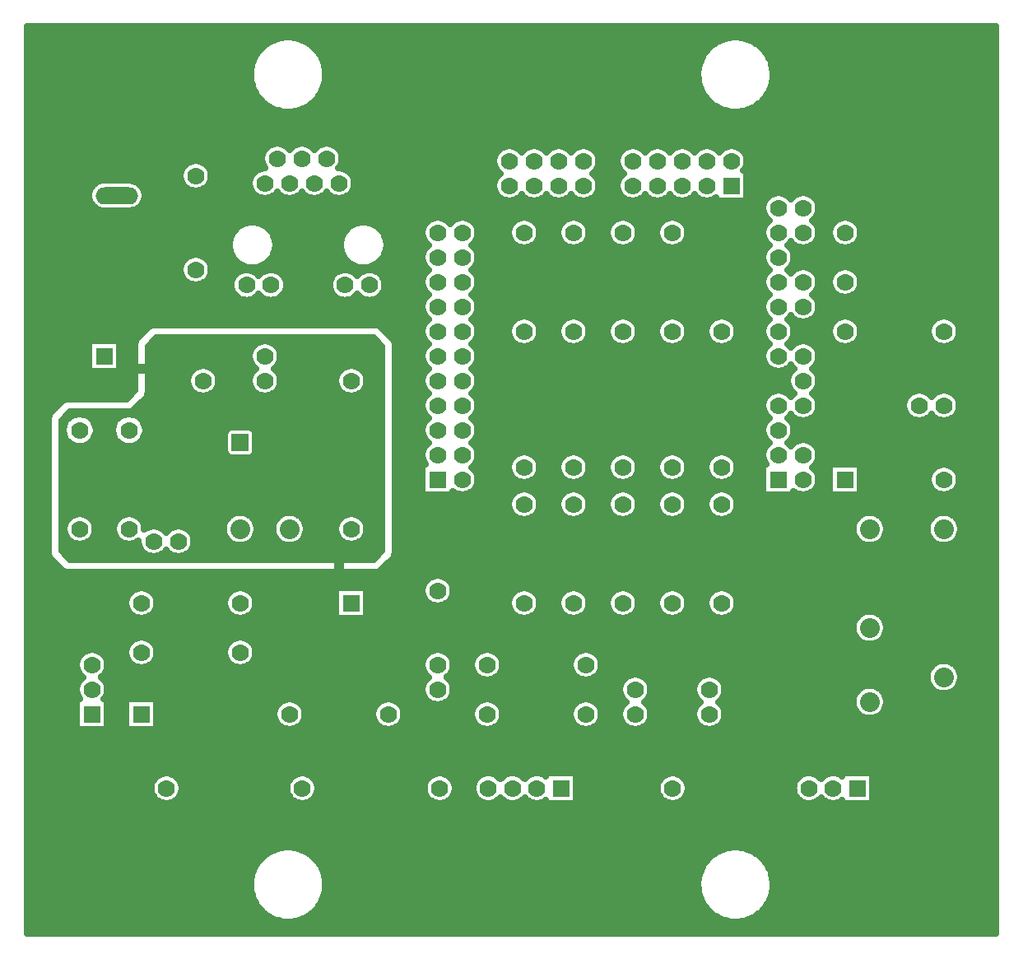
<source format=gbr>
G04 DipTrace 3.3.1.3*
G04 Bottom.gbr*
%MOIN*%
G04 #@! TF.FileFunction,Copper,L2,Bot*
G04 #@! TF.Part,Single*
%AMOUTLINE0*
4,1,4,
0.035,-0.035,
-0.035,-0.035,
-0.035,0.035,
0.035,0.035,
0.035,-0.035,
0*%
G04 #@! TA.AperFunction,Conductor*
%ADD14C,0.04*%
G04 #@! TA.AperFunction,CopperBalancing*
%ADD17C,0.025*%
G04 #@! TA.AperFunction,ComponentPad*
%ADD19R,0.07X0.07*%
%ADD20C,0.07*%
%ADD21C,0.07*%
%ADD22C,0.1*%
%ADD23O,0.172X0.07*%
%ADD24O,0.152X0.07*%
%ADD25O,0.132X0.07*%
%ADD26C,0.08*%
%ADD59OUTLINE0*%
%FSLAX26Y26*%
G04*
G70*
G90*
G75*
G01*
G04 Bottom*
%LPD*%
X743700Y2668700D2*
D14*
X773700D1*
X823700Y2718700D1*
X963700D1*
X1013700Y2668700D1*
X1043700D1*
X1743700Y2168700D2*
X1713700D1*
X1663700Y2118700D1*
Y1988700D1*
X1693700Y1958700D1*
Y1848700D1*
X1643700Y1798700D1*
Y1768700D1*
X434718Y4080331D2*
D17*
X4352684D1*
X434718Y4055462D2*
X1449116D1*
X1526279D2*
X3261124D1*
X3338287D2*
X4352684D1*
X434718Y4030594D2*
X1395864D1*
X1579531D2*
X3207872D1*
X3391539D2*
X4352684D1*
X434718Y4005725D2*
X1369309D1*
X1606086D2*
X3181317D1*
X3418057D2*
X4352684D1*
X434718Y3980856D2*
X1352409D1*
X1622987D2*
X3164417D1*
X3434995D2*
X4352684D1*
X434718Y3955987D2*
X1341642D1*
X1633752D2*
X3153650D1*
X3445760D2*
X4352684D1*
X434718Y3931119D2*
X1335758D1*
X1639672D2*
X3147730D1*
X3451645D2*
X4352684D1*
X434718Y3906250D2*
X1334071D1*
X1641323D2*
X3146079D1*
X3453296D2*
X4352684D1*
X434718Y3881381D2*
X1336548D1*
X1638848D2*
X3148556D1*
X3450856D2*
X4352684D1*
X434718Y3856512D2*
X1343365D1*
X1632029D2*
X3155373D1*
X3444037D2*
X4352684D1*
X434718Y3831644D2*
X1355171D1*
X1620224D2*
X3167179D1*
X3432196D2*
X4352684D1*
X434718Y3806775D2*
X1373616D1*
X1601779D2*
X3185624D1*
X3413787D2*
X4352684D1*
X434718Y3781906D2*
X1402969D1*
X1572426D2*
X3214941D1*
X3384434D2*
X4352684D1*
X434718Y3757037D2*
X4352684D1*
X434718Y3732169D2*
X4352684D1*
X434718Y3707300D2*
X4352684D1*
X434718Y3682431D2*
X4352684D1*
X434718Y3657562D2*
X4352684D1*
X434718Y3632693D2*
X4352684D1*
X434718Y3607825D2*
X1393747D1*
X1693642D2*
X2344210D1*
X2423204D2*
X2444184D1*
X2523213D2*
X2544193D1*
X2623187D2*
X2644203D1*
X2723196D2*
X2844186D1*
X2923214D2*
X2944195D1*
X3023188D2*
X3044204D1*
X3123197D2*
X3144213D1*
X3223207D2*
X3244187D1*
X3323216D2*
X4352684D1*
X434718Y3582956D2*
X1381367D1*
X1706023D2*
X2324690D1*
X2742717D2*
X2824700D1*
X3342700D2*
X4352684D1*
X434718Y3558087D2*
X1095226D1*
X1132199D2*
X1380613D1*
X1706776D2*
X2319703D1*
X2747705D2*
X2819712D1*
X3347688D2*
X4352684D1*
X434718Y3533218D2*
X1060310D1*
X1167115D2*
X1390983D1*
X1696441D2*
X2325229D1*
X2742179D2*
X2825238D1*
X3342162D2*
X4352684D1*
X434718Y3508350D2*
X1050478D1*
X1176947D2*
X1344191D1*
X1743199D2*
X2344893D1*
X2722478D2*
X2844903D1*
X3347688D2*
X4352684D1*
X434718Y3483481D2*
X1051627D1*
X1175798D2*
X1331487D1*
X1755902D2*
X2324905D1*
X2742502D2*
X2824915D1*
X3347688D2*
X4352684D1*
X434718Y3458612D2*
X693396D1*
X893999D2*
X1064545D1*
X1162844D2*
X1330519D1*
X1756871D2*
X2319703D1*
X2747705D2*
X2819712D1*
X3347688D2*
X4352684D1*
X434718Y3433743D2*
X680585D1*
X906846D2*
X1340602D1*
X1746788D2*
X2324977D1*
X2742394D2*
X2824987D1*
X3347688D2*
X4352684D1*
X434718Y3408875D2*
X679508D1*
X907923D2*
X1376953D1*
X1410445D2*
X1476962D1*
X1510455D2*
X1576935D1*
X1610464D2*
X1676944D1*
X1710436D2*
X2345144D1*
X2422235D2*
X2445153D1*
X2522245D2*
X2545162D1*
X2622254D2*
X2645136D1*
X2722263D2*
X2845154D1*
X2922246D2*
X2945163D1*
X3022255D2*
X3045137D1*
X3122264D2*
X3145146D1*
X3347688D2*
X3424648D1*
X3622776D2*
X4352684D1*
X434718Y3384006D2*
X689411D1*
X897982D2*
X3411623D1*
X3635767D2*
X4352684D1*
X434718Y3359137D2*
X724901D1*
X862529D2*
X3410438D1*
X3636951D2*
X4352684D1*
X434718Y3334268D2*
X3420234D1*
X3627154D2*
X4352684D1*
X434718Y3309399D2*
X1322373D1*
X1365015D2*
X1772397D1*
X1815003D2*
X2045081D1*
X2242312D2*
X2395095D1*
X2492317D2*
X2595078D1*
X2692300D2*
X2795096D1*
X2892318D2*
X2995078D1*
X3092301D2*
X3425079D1*
X3622310D2*
X3695107D1*
X3792293D2*
X4352684D1*
X434718Y3284531D2*
X1276046D1*
X1411378D2*
X1726035D1*
X1861365D2*
X2031767D1*
X2255625D2*
X2381781D1*
X2505630D2*
X2581764D1*
X2705613D2*
X2781783D1*
X2905632D2*
X2981766D1*
X3105613D2*
X3411766D1*
X3635624D2*
X3681758D1*
X3805642D2*
X4352684D1*
X434718Y3259662D2*
X1258104D1*
X1429284D2*
X1708128D1*
X1879272D2*
X2030368D1*
X2257024D2*
X2380382D1*
X2507029D2*
X2580365D1*
X2707048D2*
X2780384D1*
X2907031D2*
X2980365D1*
X3107049D2*
X3410367D1*
X3637023D2*
X3680359D1*
X3807043D2*
X4352684D1*
X434718Y3234793D2*
X1249994D1*
X1437430D2*
X1699982D1*
X1887418D2*
X2039877D1*
X2247515D2*
X2389892D1*
X2497520D2*
X2589875D1*
X2697503D2*
X2789893D1*
X2897522D2*
X2989876D1*
X3097504D2*
X3419876D1*
X3627514D2*
X3689903D1*
X3797497D2*
X4352684D1*
X434718Y3209924D2*
X1248990D1*
X1438398D2*
X1698977D1*
X1888422D2*
X2045546D1*
X2241846D2*
X2423085D1*
X2464292D2*
X2623103D1*
X2664310D2*
X2823086D1*
X2864293D2*
X3023104D1*
X3064312D2*
X3425545D1*
X3521834D2*
X3553113D1*
X3594285D2*
X3723096D1*
X3764304D2*
X4352684D1*
X434718Y3185056D2*
X1254911D1*
X1432514D2*
X1704898D1*
X1882502D2*
X2031911D1*
X2255482D2*
X3411909D1*
X3535470D2*
X4352684D1*
X434718Y3160187D2*
X1065801D1*
X1161588D2*
X1269372D1*
X1418016D2*
X1719396D1*
X1868004D2*
X2030296D1*
X2257096D2*
X3410294D1*
X3537121D2*
X4352684D1*
X434718Y3135318D2*
X1051986D1*
X1175403D2*
X1300843D1*
X1386546D2*
X1750867D1*
X1836533D2*
X2039554D1*
X2247838D2*
X3419553D1*
X3527863D2*
X4352684D1*
X434718Y3110449D2*
X1050263D1*
X1177162D2*
X1287314D1*
X1352098D2*
X1386318D1*
X1451102D2*
X1686310D1*
X1751094D2*
X1785315D1*
X1850098D2*
X2046049D1*
X2241343D2*
X3426048D1*
X3621342D2*
X3696040D1*
X3791360D2*
X4352684D1*
X434718Y3085581D2*
X1059377D1*
X1168011D2*
X1262913D1*
X1475503D2*
X1661909D1*
X1874499D2*
X2032054D1*
X2255338D2*
X3412053D1*
X3635336D2*
X3682045D1*
X3805355D2*
X4352684D1*
X434718Y3060712D2*
X1090705D1*
X1136684D2*
X1255843D1*
X1482573D2*
X1654840D1*
X1881569D2*
X2030225D1*
X2257169D2*
X3410222D1*
X3637166D2*
X3680216D1*
X3807186D2*
X4352684D1*
X434718Y3035843D2*
X1259360D1*
X1479056D2*
X1658356D1*
X1878052D2*
X2039196D1*
X2248197D2*
X3419229D1*
X3628195D2*
X3689222D1*
X3798179D2*
X4352684D1*
X434718Y3010974D2*
X1276082D1*
X1363329D2*
X1375106D1*
X1462334D2*
X1675079D1*
X1762325D2*
X1774083D1*
X1861330D2*
X2046516D1*
X2240877D2*
X3426550D1*
X3620875D2*
X3719974D1*
X3767426D2*
X4352684D1*
X434718Y2986106D2*
X2032199D1*
X2255195D2*
X3412231D1*
X3635192D2*
X4352684D1*
X434718Y2961237D2*
X2030153D1*
X2257239D2*
X3410151D1*
X3637238D2*
X4352684D1*
X434718Y2936368D2*
X2038872D1*
X2248520D2*
X3418871D1*
X3628518D2*
X4352684D1*
X434718Y2911499D2*
X2047018D1*
X2240375D2*
X2397032D1*
X2490380D2*
X2597050D1*
X2690361D2*
X2797033D1*
X2890381D2*
X2997052D1*
X3090363D2*
X3197035D1*
X3290381D2*
X3427052D1*
X3520363D2*
X3548592D1*
X3598806D2*
X3697045D1*
X3790356D2*
X4097046D1*
X4190357D2*
X4352684D1*
X434718Y2886630D2*
X922157D1*
X1865277D2*
X2032377D1*
X2255015D2*
X2382356D1*
X2505020D2*
X2582375D1*
X2705039D2*
X2782357D1*
X2905022D2*
X2982376D1*
X3105040D2*
X3182357D1*
X3305023D2*
X3412376D1*
X3535040D2*
X3682368D1*
X3805032D2*
X4082369D1*
X4205033D2*
X4352684D1*
X434718Y2861762D2*
X897289D1*
X1890145D2*
X2030081D1*
X2257312D2*
X2380095D1*
X2507317D2*
X2580078D1*
X2707300D2*
X2780096D1*
X2907318D2*
X2980079D1*
X3107300D2*
X3180098D1*
X3307319D2*
X3410079D1*
X3537301D2*
X3680108D1*
X3807293D2*
X4080108D1*
X4207294D2*
X4352684D1*
X434718Y2836893D2*
X872422D1*
X951378D2*
X1836019D1*
X1914977D2*
X2038549D1*
X2248843D2*
X2388564D1*
X2498848D2*
X2588546D1*
X2698831D2*
X2788565D1*
X2898850D2*
X2988548D1*
X3098831D2*
X3188566D1*
X3298850D2*
X3418548D1*
X3528833D2*
X3688577D1*
X3798825D2*
X4088577D1*
X4198826D2*
X4352684D1*
X434718Y2812024D2*
X679687D1*
X807699D2*
X865029D1*
X926511D2*
X1347564D1*
X1439834D2*
X1860886D1*
X1922369D2*
X2047557D1*
X2239836D2*
X2417308D1*
X2470069D2*
X2617326D1*
X2670087D2*
X2817308D1*
X2870070D2*
X3017326D1*
X3070088D2*
X3217309D1*
X3270071D2*
X3427554D1*
X3519861D2*
X3527564D1*
X3619834D2*
X3717319D1*
X3770082D2*
X4117321D1*
X4170082D2*
X4352684D1*
X434718Y2787155D2*
X679687D1*
X807699D2*
X865029D1*
X922348D2*
X1332528D1*
X1454869D2*
X1865049D1*
X1922369D2*
X2032522D1*
X2254872D2*
X3412519D1*
X3634869D2*
X4352684D1*
X434718Y2762287D2*
X679687D1*
X807699D2*
X865029D1*
X922348D2*
X1330052D1*
X1457381D2*
X1865049D1*
X1922369D2*
X2030045D1*
X2257347D2*
X3410043D1*
X3637381D2*
X4352684D1*
X434718Y2737418D2*
X679687D1*
X807699D2*
X865029D1*
X922348D2*
X1338234D1*
X1449163D2*
X1865049D1*
X1922369D2*
X2038263D1*
X2249166D2*
X3418260D1*
X3629165D2*
X4352684D1*
X434718Y2712549D2*
X679687D1*
X807699D2*
X865029D1*
X922348D2*
X1098061D1*
X1189326D2*
X1348066D1*
X1439331D2*
X1698081D1*
X1789310D2*
X1865049D1*
X1922369D2*
X2048095D1*
X2239334D2*
X3446107D1*
X3501273D2*
X3528066D1*
X3619331D2*
X4352684D1*
X434718Y2687680D2*
X865029D1*
X922348D2*
X1082703D1*
X1204686D2*
X1332708D1*
X1454690D2*
X1682686D1*
X1804704D2*
X1865049D1*
X1922369D2*
X2032700D1*
X2254692D2*
X3512708D1*
X3634691D2*
X4352684D1*
X434718Y2662812D2*
X865029D1*
X922348D2*
X1079976D1*
X1207413D2*
X1329981D1*
X1457418D2*
X1679995D1*
X1807431D2*
X1865049D1*
X1922369D2*
X2029973D1*
X2257419D2*
X3509981D1*
X3637418D2*
X4352684D1*
X434718Y2637943D2*
X865029D1*
X922348D2*
X1087941D1*
X1199445D2*
X1337947D1*
X1449451D2*
X1687961D1*
X1799465D2*
X1865049D1*
X1922369D2*
X2037940D1*
X2249453D2*
X3517947D1*
X3629451D2*
X4352684D1*
X434718Y2613074D2*
X848594D1*
X921738D2*
X1114962D1*
X1172424D2*
X1364968D1*
X1422430D2*
X1714982D1*
X1772444D2*
X1865049D1*
X1922369D2*
X2048633D1*
X2238796D2*
X3428632D1*
X3518784D2*
X3528604D1*
X3618793D2*
X3998616D1*
X4088768D2*
X4098625D1*
X4188777D2*
X4352684D1*
X434718Y2588205D2*
X573756D1*
X902684D2*
X1865049D1*
X1922369D2*
X2032880D1*
X2254512D2*
X3412878D1*
X3634511D2*
X3982863D1*
X4204531D2*
X4352684D1*
X434718Y2563336D2*
X548854D1*
X877815D2*
X1865049D1*
X1922369D2*
X2029938D1*
X2257455D2*
X3409935D1*
X3637453D2*
X3979920D1*
X4207474D2*
X4352684D1*
X434718Y2538468D2*
X523986D1*
X602943D2*
X1865049D1*
X1922369D2*
X2037653D1*
X2249741D2*
X3417650D1*
X3629738D2*
X3987634D1*
X4199759D2*
X4352684D1*
X434718Y2513599D2*
X515050D1*
X578075D2*
X593242D1*
X694161D2*
X793225D1*
X894179D2*
X1865049D1*
X1922369D2*
X2049171D1*
X2238221D2*
X3429170D1*
X3518210D2*
X3543892D1*
X3603507D2*
X4013902D1*
X4073518D2*
X4113876D1*
X4173527D2*
X4352684D1*
X434718Y2488730D2*
X515050D1*
X709231D2*
X778153D1*
X909250D2*
X1865049D1*
X1922369D2*
X2033060D1*
X2254334D2*
X3413057D1*
X3534357D2*
X4352684D1*
X434718Y2463861D2*
X515050D1*
X711923D2*
X775498D1*
X911906D2*
X1231729D1*
X1355686D2*
X1865049D1*
X1922369D2*
X2029902D1*
X2257527D2*
X3409899D1*
X3537516D2*
X4352684D1*
X434718Y2438993D2*
X515050D1*
X572369D2*
X582657D1*
X704746D2*
X782638D1*
X904764D2*
X1229684D1*
X1357695D2*
X1865049D1*
X1922369D2*
X2037365D1*
X2250064D2*
X3417364D1*
X3530052D2*
X4352684D1*
X434718Y2414124D2*
X515050D1*
X572369D2*
X603899D1*
X683503D2*
X803882D1*
X883522D2*
X1229684D1*
X1357695D2*
X1865049D1*
X1922369D2*
X2049746D1*
X2237648D2*
X3429743D1*
X3517672D2*
X3529752D1*
X3617645D2*
X4352684D1*
X434718Y2389255D2*
X515050D1*
X572369D2*
X1229684D1*
X1357695D2*
X1865049D1*
X1922369D2*
X2033238D1*
X2254154D2*
X3413237D1*
X3634151D2*
X4352684D1*
X434718Y2364386D2*
X515050D1*
X572369D2*
X1238045D1*
X1349334D2*
X1865049D1*
X1922369D2*
X2029865D1*
X2257562D2*
X2400046D1*
X2487365D2*
X2600029D1*
X2687384D2*
X2800012D1*
X2887367D2*
X3000031D1*
X3087385D2*
X3200014D1*
X3287367D2*
X3409864D1*
X3637561D2*
X4352684D1*
X434718Y2339518D2*
X515050D1*
X572369D2*
X1865049D1*
X1922369D2*
X2037078D1*
X2250350D2*
X2383325D1*
X2504087D2*
X2583343D1*
X2704070D2*
X2783326D1*
X2904052D2*
X2983344D1*
X3104071D2*
X3183327D1*
X3304053D2*
X3417077D1*
X3630348D2*
X4352684D1*
X434718Y2314649D2*
X515050D1*
X572369D2*
X1865049D1*
X1922369D2*
X2029686D1*
X2237073D2*
X2379844D1*
X2507567D2*
X2579826D1*
X2707550D2*
X2779846D1*
X2907569D2*
X2979827D1*
X3107552D2*
X3179846D1*
X3307570D2*
X3409684D1*
X3617071D2*
X3679713D1*
X3807688D2*
X4100312D1*
X4187091D2*
X4352684D1*
X434718Y2289780D2*
X515050D1*
X572369D2*
X1865049D1*
X1922369D2*
X2029686D1*
X2253974D2*
X2386913D1*
X2500462D2*
X2586932D1*
X2700481D2*
X2786914D1*
X2900464D2*
X2986932D1*
X3100482D2*
X3186915D1*
X3300465D2*
X3409684D1*
X3633973D2*
X3679713D1*
X3807688D2*
X4083410D1*
X4203957D2*
X4352684D1*
X434718Y2264911D2*
X515050D1*
X572369D2*
X1865049D1*
X1922369D2*
X2029686D1*
X2257599D2*
X2411386D1*
X2476025D2*
X2611369D1*
X2676008D2*
X2811388D1*
X2876027D2*
X3011369D1*
X3076010D2*
X3211388D1*
X3276028D2*
X3409684D1*
X3637596D2*
X3679713D1*
X3807688D2*
X4079822D1*
X4207582D2*
X4352684D1*
X434718Y2240043D2*
X515050D1*
X572369D2*
X1865049D1*
X1922369D2*
X2029686D1*
X2250602D2*
X3409684D1*
X3630599D2*
X3679713D1*
X3807688D2*
X4086783D1*
X4200620D2*
X4352684D1*
X434718Y2215174D2*
X515050D1*
X572369D2*
X1865049D1*
X1922369D2*
X2029686D1*
X2226487D2*
X2400909D1*
X2486468D2*
X2600927D1*
X2686486D2*
X2800909D1*
X2886469D2*
X3000927D1*
X3086487D2*
X3200910D1*
X3286470D2*
X3409684D1*
X3606485D2*
X3679713D1*
X3807688D2*
X4110897D1*
X4176470D2*
X4352684D1*
X434718Y2190305D2*
X515050D1*
X572369D2*
X1865049D1*
X1922369D2*
X2383612D1*
X2503764D2*
X2583630D1*
X2703783D2*
X2783613D1*
X2903766D2*
X2983632D1*
X3103784D2*
X3183613D1*
X3303767D2*
X4352684D1*
X434718Y2165436D2*
X515050D1*
X572369D2*
X1865049D1*
X1922369D2*
X2379772D1*
X2507604D2*
X2579791D1*
X2707623D2*
X2779773D1*
X2907606D2*
X2979792D1*
X3107624D2*
X3179775D1*
X3307606D2*
X4352684D1*
X434718Y2140567D2*
X515050D1*
X572369D2*
X1865049D1*
X1922369D2*
X2386519D1*
X2500893D2*
X2586501D1*
X2700876D2*
X2786519D1*
X2900894D2*
X2986502D1*
X3100877D2*
X3186520D1*
X3300896D2*
X4352684D1*
X434718Y2115699D2*
X515050D1*
X572369D2*
X601532D1*
X685872D2*
X801550D1*
X885854D2*
X1244145D1*
X1343234D2*
X1444163D1*
X1543252D2*
X1701525D1*
X1785865D2*
X1865049D1*
X1922369D2*
X2410023D1*
X2477389D2*
X2610006D1*
X2677407D2*
X2809987D1*
X2877390D2*
X3010006D1*
X3077409D2*
X3209989D1*
X3277392D2*
X3794148D1*
X3893235D2*
X4094140D1*
X4193263D2*
X4352684D1*
X434718Y2090830D2*
X515050D1*
X572369D2*
X583805D1*
X703598D2*
X783823D1*
X903581D2*
X1228501D1*
X1358915D2*
X1428482D1*
X1558898D2*
X1683834D1*
X1803592D2*
X1865049D1*
X1922369D2*
X3778502D1*
X3908918D2*
X4078494D1*
X4208909D2*
X4352684D1*
X434718Y2065961D2*
X515050D1*
X707653D2*
X779768D1*
X985540D2*
X1001855D1*
X1085549D2*
X1224768D1*
X1362648D2*
X1424751D1*
X1562629D2*
X1679743D1*
X1807648D2*
X1865049D1*
X1922369D2*
X3774770D1*
X3912649D2*
X4074762D1*
X4212641D2*
X4352684D1*
X434718Y2041092D2*
X515050D1*
X572369D2*
X586245D1*
X701158D2*
X786228D1*
X1103491D2*
X1230690D1*
X1356691D2*
X1430708D1*
X1556709D2*
X1686238D1*
X1801151D2*
X1865049D1*
X1922369D2*
X3780691D1*
X3906692D2*
X4080718D1*
X4206684D2*
X4352684D1*
X434718Y2016224D2*
X515050D1*
X572369D2*
X609138D1*
X678264D2*
X809121D1*
X1107654D2*
X1250354D1*
X1337062D2*
X1450372D1*
X1537044D2*
X1709133D1*
X1778258D2*
X1865049D1*
X1922369D2*
X3800355D1*
X3887064D2*
X4100347D1*
X4187056D2*
X4352684D1*
X434718Y1991355D2*
X515050D1*
X572369D2*
X886129D1*
X1101302D2*
X1865049D1*
X1922369D2*
X4352684D1*
X434718Y1966486D2*
X515123D1*
X585396D2*
X908700D1*
X978687D2*
X1008709D1*
X1078696D2*
X1851987D1*
X1922260D2*
X4352684D1*
X434718Y1941617D2*
X531306D1*
X1906113D2*
X4352684D1*
X434718Y1916749D2*
X556174D1*
X1881246D2*
X4352684D1*
X434718Y1891880D2*
X4352684D1*
X434718Y1867011D2*
X2053154D1*
X2134264D2*
X4352684D1*
X434718Y1842142D2*
X2034351D1*
X2153067D2*
X4352684D1*
X434718Y1817273D2*
X853474D1*
X933939D2*
X1253476D1*
X1333903D2*
X1679708D1*
X1807683D2*
X2029722D1*
X2157697D2*
X2403491D1*
X2483920D2*
X2603474D1*
X2683939D2*
X2803493D1*
X2883922D2*
X3003476D1*
X3083903D2*
X3203494D1*
X3283922D2*
X4352684D1*
X434718Y1792405D2*
X834456D1*
X952957D2*
X1234457D1*
X1352959D2*
X1679708D1*
X1807683D2*
X2035607D1*
X2151812D2*
X2384438D1*
X2502939D2*
X2584456D1*
X2702957D2*
X2784439D1*
X2902940D2*
X2984457D1*
X3102959D2*
X3184439D1*
X3302941D2*
X4352684D1*
X434718Y1767536D2*
X829718D1*
X957693D2*
X1229720D1*
X1357695D2*
X1679708D1*
X1807683D2*
X2057066D1*
X2130318D2*
X2379700D1*
X2507675D2*
X2579718D1*
X2707693D2*
X2779701D1*
X2907676D2*
X2979720D1*
X3107695D2*
X3179703D1*
X3307678D2*
X4352684D1*
X434718Y1742667D2*
X835497D1*
X951917D2*
X1235498D1*
X1351918D2*
X1679708D1*
X1807683D2*
X2385478D1*
X2501934D2*
X2585497D1*
X2701917D2*
X2785480D1*
X2901935D2*
X2985498D1*
X3101918D2*
X3185480D1*
X3301936D2*
X4352684D1*
X434718Y1717798D2*
X856669D1*
X930709D2*
X1256669D1*
X1330710D2*
X1679708D1*
X1807683D2*
X2406686D1*
X2480726D2*
X2606669D1*
X2680709D2*
X2806687D1*
X2880728D2*
X3006669D1*
X3080710D2*
X3206687D1*
X3280729D2*
X3796336D1*
X3891046D2*
X4352684D1*
X434718Y1692930D2*
X3779255D1*
X3908128D2*
X4352684D1*
X434718Y1668061D2*
X3774699D1*
X3912686D2*
X4352684D1*
X434718Y1643192D2*
X3779793D1*
X3907625D2*
X4352684D1*
X434718Y1618323D2*
X854873D1*
X932540D2*
X1254875D1*
X1332540D2*
X3797808D1*
X3889612D2*
X4352684D1*
X434718Y1593455D2*
X834886D1*
X952491D2*
X1234888D1*
X1352491D2*
X4352684D1*
X434718Y1568586D2*
X655250D1*
X732162D2*
X829683D1*
X957693D2*
X1229684D1*
X1357695D2*
X2055235D1*
X2132183D2*
X2255218D1*
X2332166D2*
X2655220D1*
X2732167D2*
X4352684D1*
X434718Y1543717D2*
X635011D1*
X752365D2*
X834994D1*
X952384D2*
X1234995D1*
X1352384D2*
X2035033D1*
X2152386D2*
X2235015D1*
X2352369D2*
X2635016D1*
X2752369D2*
X4352684D1*
X434718Y1518848D2*
X629700D1*
X757712D2*
X855197D1*
X932216D2*
X1255197D1*
X1332217D2*
X2029686D1*
X2157697D2*
X2229705D1*
X2357716D2*
X2629705D1*
X2757717D2*
X4097512D1*
X4189890D2*
X4352684D1*
X434718Y1493980D2*
X634903D1*
X752508D2*
X2034889D1*
X2152529D2*
X2234872D1*
X2352512D2*
X2634873D1*
X2752514D2*
X4079678D1*
X4207725D2*
X4352684D1*
X434718Y1469111D2*
X654819D1*
X732592D2*
X2054840D1*
X2132578D2*
X2254823D1*
X2332561D2*
X2654825D1*
X2732562D2*
X2855956D1*
X2931432D2*
X3155983D1*
X3231424D2*
X4074690D1*
X4212713D2*
X4352684D1*
X434718Y1444242D2*
X635263D1*
X752149D2*
X2035249D1*
X2152136D2*
X2835250D1*
X2952137D2*
X3135242D1*
X3252129D2*
X4079355D1*
X4208048D2*
X4352684D1*
X434718Y1419373D2*
X629700D1*
X757712D2*
X2029686D1*
X2157697D2*
X2829688D1*
X2957699D2*
X3129716D1*
X3257691D2*
X3798130D1*
X3889252D2*
X4096615D1*
X4190788D2*
X4352684D1*
X434718Y1394504D2*
X634653D1*
X752724D2*
X2034674D1*
X2152745D2*
X2834676D1*
X2952747D2*
X3134669D1*
X3252739D2*
X3779902D1*
X3907482D2*
X4352684D1*
X434718Y1369636D2*
X629700D1*
X757712D2*
X829683D1*
X957693D2*
X1456724D1*
X1530657D2*
X1856725D1*
X1930658D2*
X2054124D1*
X2133296D2*
X2256725D1*
X2330659D2*
X2656726D1*
X2730659D2*
X2854125D1*
X2933298D2*
X3154117D1*
X3233289D2*
X3774699D1*
X3912686D2*
X4352684D1*
X434718Y1344767D2*
X629700D1*
X757712D2*
X829683D1*
X957693D2*
X1435480D1*
X1551901D2*
X1835481D1*
X1951901D2*
X2235482D1*
X2351902D2*
X2635483D1*
X2751903D2*
X2835502D1*
X2951886D2*
X3135493D1*
X3251914D2*
X3779148D1*
X3908235D2*
X4352684D1*
X434718Y1319898D2*
X629700D1*
X757712D2*
X829683D1*
X957693D2*
X1429703D1*
X1557678D2*
X1829704D1*
X1957679D2*
X2229705D1*
X2357680D2*
X2629705D1*
X2757680D2*
X2829724D1*
X2957699D2*
X3129716D1*
X3257691D2*
X3796014D1*
X3891369D2*
X4352684D1*
X434718Y1295029D2*
X629700D1*
X757712D2*
X829683D1*
X957693D2*
X1434439D1*
X1552977D2*
X1834440D1*
X1952978D2*
X2234441D1*
X2352980D2*
X2634443D1*
X2752980D2*
X2834424D1*
X2952962D2*
X3134452D1*
X3252955D2*
X4352684D1*
X434718Y1270161D2*
X629700D1*
X757712D2*
X829683D1*
X957693D2*
X1453422D1*
X1533959D2*
X1853423D1*
X1933960D2*
X2253424D1*
X2333960D2*
X2653426D1*
X2733961D2*
X2853444D1*
X2933980D2*
X3153435D1*
X3233972D2*
X4352684D1*
X434718Y1245292D2*
X4352684D1*
X434718Y1220423D2*
X4352684D1*
X434718Y1195554D2*
X4352684D1*
X434718Y1170686D2*
X4352684D1*
X434718Y1145817D2*
X4352684D1*
X434718Y1120948D2*
X4352684D1*
X434718Y1096079D2*
X4352684D1*
X434718Y1071210D2*
X960804D1*
X1029821D2*
X1510801D1*
X1579818D2*
X2067186D1*
X2136203D2*
X2263974D1*
X2333027D2*
X2362368D1*
X2431422D2*
X2460798D1*
X2657708D2*
X3010796D1*
X3079813D2*
X3562372D1*
X3631424D2*
X3660802D1*
X3857710D2*
X4352684D1*
X434718Y1046342D2*
X937875D1*
X1052751D2*
X1487871D1*
X1602749D2*
X2044255D1*
X2159133D2*
X2241079D1*
X2657708D2*
X2987865D1*
X3102743D2*
X3539477D1*
X3857710D2*
X4352684D1*
X434718Y1021473D2*
X931378D1*
X1059246D2*
X1481376D1*
X1609243D2*
X2037760D1*
X2165628D2*
X2234549D1*
X2657708D2*
X2981371D1*
X3109238D2*
X3532947D1*
X3857710D2*
X4352684D1*
X434718Y996604D2*
X935398D1*
X1055191D2*
X1485394D1*
X1605188D2*
X2041815D1*
X2161608D2*
X2238604D1*
X2657708D2*
X2985390D1*
X3105183D2*
X3537002D1*
X3857710D2*
X4352684D1*
X434718Y971735D2*
X953088D1*
X1037501D2*
X1503086D1*
X1587498D2*
X2059506D1*
X2143918D2*
X2256294D1*
X2340707D2*
X2354690D1*
X2439102D2*
X2453083D1*
X2657708D2*
X3003081D1*
X3087493D2*
X3554692D1*
X3639104D2*
X3653087D1*
X3857710D2*
X4352684D1*
X434718Y946867D2*
X4352684D1*
X434718Y921998D2*
X4352684D1*
X434718Y897129D2*
X4352684D1*
X434718Y872260D2*
X4352684D1*
X434718Y847392D2*
X4352684D1*
X434718Y822523D2*
X4352684D1*
X434718Y797654D2*
X4352684D1*
X434718Y772785D2*
X1439607D1*
X1535825D2*
X3251578D1*
X3347796D2*
X4352684D1*
X434718Y747917D2*
X1392312D1*
X1583083D2*
X3204319D1*
X3395091D2*
X4352684D1*
X434718Y723048D2*
X1367120D1*
X1608275D2*
X3179128D1*
X3420246D2*
X4352684D1*
X434718Y698179D2*
X1350973D1*
X1624422D2*
X3162981D1*
X3436430D2*
X4352684D1*
X434718Y673310D2*
X1340817D1*
X1634613D2*
X3152789D1*
X3446586D2*
X4352684D1*
X434718Y648441D2*
X1335363D1*
X1640032D2*
X3147371D1*
X3452040D2*
X4352684D1*
X434718Y623573D2*
X1334144D1*
X1641252D2*
X3146151D1*
X3453260D2*
X4352684D1*
X434718Y598704D2*
X1337086D1*
X1638309D2*
X3149094D1*
X3450317D2*
X4352684D1*
X434718Y573835D2*
X1344371D1*
X1631025D2*
X3156378D1*
X3443033D2*
X4352684D1*
X434718Y548966D2*
X1356822D1*
X1618573D2*
X3168830D1*
X3430581D2*
X4352684D1*
X434718Y524098D2*
X1376128D1*
X1599267D2*
X3188136D1*
X3411275D2*
X4352684D1*
X434718Y499229D2*
X1407239D1*
X1568155D2*
X3219247D1*
X3380163D2*
X4352684D1*
X434718Y474360D2*
X4352684D1*
X434718Y449491D2*
X4352684D1*
X691386Y2830200D2*
X805200D1*
Y2707200D1*
X682200D1*
Y2830200D1*
X691386D1*
X1205011Y2663875D2*
X1203501Y2654343D1*
X1200519Y2645165D1*
X1196137Y2636566D1*
X1190465Y2628759D1*
X1183641Y2621935D1*
X1175834Y2616263D1*
X1167235Y2611881D1*
X1158057Y2608899D1*
X1148525Y2607389D1*
X1138875D1*
X1129343Y2608899D1*
X1120165Y2611881D1*
X1111566Y2616263D1*
X1103759Y2621935D1*
X1096935Y2628759D1*
X1091263Y2636566D1*
X1086881Y2645165D1*
X1083899Y2654343D1*
X1082389Y2663875D1*
Y2673525D1*
X1083899Y2683057D1*
X1086881Y2692235D1*
X1091263Y2700834D1*
X1096935Y2708641D1*
X1103759Y2715465D1*
X1111566Y2721137D1*
X1120165Y2725519D1*
X1129343Y2728501D1*
X1138875Y2730011D1*
X1148525D1*
X1158057Y2728501D1*
X1167235Y2725519D1*
X1175834Y2721137D1*
X1183641Y2715465D1*
X1190465Y2708641D1*
X1196137Y2700834D1*
X1200519Y2692235D1*
X1203501Y2683057D1*
X1205011Y2673525D1*
Y2663875D1*
X993696Y1982911D2*
X990465Y1978759D1*
X983641Y1971935D1*
X975834Y1966263D1*
X967235Y1961881D1*
X958057Y1958899D1*
X948525Y1957389D1*
X938875D1*
X929343Y1958899D1*
X920165Y1961881D1*
X911566Y1966263D1*
X903759Y1971935D1*
X896935Y1978759D1*
X891263Y1986566D1*
X886881Y1995165D1*
X883899Y2004343D1*
X882389Y2013875D1*
X882283Y2020792D1*
X875834Y2016263D1*
X867235Y2011881D1*
X858057Y2008899D1*
X848525Y2007389D1*
X838875D1*
X829343Y2008899D1*
X820165Y2011881D1*
X811566Y2016263D1*
X803759Y2021935D1*
X796935Y2028759D1*
X791263Y2036566D1*
X786881Y2045165D1*
X783899Y2054343D1*
X782389Y2063875D1*
Y2073525D1*
X783899Y2083057D1*
X786881Y2092235D1*
X791263Y2100834D1*
X796935Y2108641D1*
X803759Y2115465D1*
X811566Y2121137D1*
X820165Y2125519D1*
X829343Y2128501D1*
X838875Y2130011D1*
X848525D1*
X858057Y2128501D1*
X867235Y2125519D1*
X875834Y2121137D1*
X883641Y2115465D1*
X890465Y2108641D1*
X896137Y2100834D1*
X900519Y2092235D1*
X903501Y2083057D1*
X905011Y2073525D1*
X905117Y2066608D1*
X911566Y2071137D1*
X920165Y2075519D1*
X929343Y2078501D1*
X938875Y2080011D1*
X948525D1*
X958057Y2078501D1*
X967235Y2075519D1*
X975834Y2071137D1*
X983641Y2065465D1*
X990465Y2058641D1*
X993696Y2054489D1*
X996935Y2058641D1*
X1003759Y2065465D1*
X1011566Y2071137D1*
X1020165Y2075519D1*
X1029343Y2078501D1*
X1038875Y2080011D1*
X1048525D1*
X1058057Y2078501D1*
X1067235Y2075519D1*
X1075834Y2071137D1*
X1083641Y2065465D1*
X1090465Y2058641D1*
X1096137Y2050834D1*
X1100519Y2042235D1*
X1103501Y2033057D1*
X1105011Y2023525D1*
Y2013875D1*
X1103501Y2004343D1*
X1100519Y1995165D1*
X1096137Y1986566D1*
X1090465Y1978759D1*
X1083641Y1971935D1*
X1075834Y1966263D1*
X1067235Y1961881D1*
X1058057Y1958899D1*
X1048525Y1957389D1*
X1038875D1*
X1029343Y1958899D1*
X1020165Y1961881D1*
X1011566Y1966263D1*
X1003759Y1971935D1*
X996935Y1978759D1*
X993704Y1982911D1*
X1455011Y2663875D2*
X1453501Y2654343D1*
X1450519Y2645165D1*
X1446137Y2636566D1*
X1440465Y2628759D1*
X1433641Y2621935D1*
X1425834Y2616263D1*
X1417235Y2611881D1*
X1408057Y2608899D1*
X1398525Y2607389D1*
X1388875D1*
X1379343Y2608899D1*
X1370165Y2611881D1*
X1361566Y2616263D1*
X1353759Y2621935D1*
X1346935Y2628759D1*
X1341263Y2636566D1*
X1336881Y2645165D1*
X1333899Y2654343D1*
X1332389Y2663875D1*
Y2673525D1*
X1333899Y2683057D1*
X1336881Y2692235D1*
X1341263Y2700834D1*
X1346935Y2708641D1*
X1353759Y2715465D1*
X1357911Y2718696D1*
X1353759Y2721935D1*
X1346935Y2728759D1*
X1341263Y2736566D1*
X1336881Y2745165D1*
X1333899Y2754343D1*
X1332389Y2763875D1*
Y2773525D1*
X1333899Y2783057D1*
X1336881Y2792235D1*
X1341263Y2800834D1*
X1346935Y2808641D1*
X1353759Y2815465D1*
X1361566Y2821137D1*
X1370165Y2825519D1*
X1379343Y2828501D1*
X1388875Y2830011D1*
X1398525D1*
X1408057Y2828501D1*
X1417235Y2825519D1*
X1425834Y2821137D1*
X1433641Y2815465D1*
X1440465Y2808641D1*
X1446137Y2800834D1*
X1450519Y2792235D1*
X1453501Y2783057D1*
X1455011Y2773525D1*
Y2763875D1*
X1453501Y2754343D1*
X1450519Y2745165D1*
X1446137Y2736566D1*
X1440465Y2728759D1*
X1433641Y2721935D1*
X1429489Y2718704D1*
X1433641Y2715465D1*
X1440465Y2708641D1*
X1446137Y2700834D1*
X1450519Y2692235D1*
X1453501Y2683057D1*
X1455011Y2673525D1*
Y2663875D1*
X1691386Y1830200D2*
X1805200D1*
Y1707200D1*
X1682200D1*
Y1830200D1*
X1691386D1*
X1805011Y2063875D2*
X1803501Y2054343D1*
X1800519Y2045165D1*
X1796137Y2036566D1*
X1790465Y2028759D1*
X1783641Y2021935D1*
X1775834Y2016263D1*
X1767235Y2011881D1*
X1758057Y2008899D1*
X1748525Y2007389D1*
X1738875D1*
X1729343Y2008899D1*
X1720165Y2011881D1*
X1711566Y2016263D1*
X1703759Y2021935D1*
X1696935Y2028759D1*
X1691263Y2036566D1*
X1686881Y2045165D1*
X1683899Y2054343D1*
X1682389Y2063875D1*
Y2073525D1*
X1683899Y2083057D1*
X1686881Y2092235D1*
X1691263Y2100834D1*
X1696935Y2108641D1*
X1703759Y2115465D1*
X1711566Y2121137D1*
X1720165Y2125519D1*
X1729343Y2128501D1*
X1738875Y2130011D1*
X1748525D1*
X1758057Y2128501D1*
X1767235Y2125519D1*
X1775834Y2121137D1*
X1783641Y2115465D1*
X1790465Y2108641D1*
X1796137Y2100834D1*
X1800519Y2092235D1*
X1803501Y2083057D1*
X1805011Y2073525D1*
Y2063875D1*
X1175011Y3493875D2*
X1173501Y3484343D1*
X1170519Y3475165D1*
X1166137Y3466566D1*
X1160465Y3458759D1*
X1153641Y3451935D1*
X1145834Y3446263D1*
X1137235Y3441881D1*
X1128057Y3438899D1*
X1118525Y3437389D1*
X1108875D1*
X1099343Y3438899D1*
X1090165Y3441881D1*
X1081566Y3446263D1*
X1073759Y3451935D1*
X1066935Y3458759D1*
X1061263Y3466566D1*
X1056881Y3475165D1*
X1053899Y3484343D1*
X1052389Y3493875D1*
Y3503525D1*
X1053899Y3513057D1*
X1056881Y3522235D1*
X1061263Y3530834D1*
X1066935Y3538641D1*
X1073759Y3545465D1*
X1081566Y3551137D1*
X1090165Y3555519D1*
X1099343Y3558501D1*
X1108875Y3560011D1*
X1118525D1*
X1128057Y3558501D1*
X1137235Y3555519D1*
X1145834Y3551137D1*
X1153641Y3545465D1*
X1160465Y3538641D1*
X1166137Y3530834D1*
X1170519Y3522235D1*
X1173501Y3513057D1*
X1175011Y3503525D1*
Y3493875D1*
Y3113875D2*
X1173501Y3104343D1*
X1170519Y3095165D1*
X1166137Y3086566D1*
X1160465Y3078759D1*
X1153641Y3071935D1*
X1145834Y3066263D1*
X1137235Y3061881D1*
X1128057Y3058899D1*
X1118525Y3057389D1*
X1108875D1*
X1099343Y3058899D1*
X1090165Y3061881D1*
X1081566Y3066263D1*
X1073759Y3071935D1*
X1066935Y3078759D1*
X1061263Y3086566D1*
X1056881Y3095165D1*
X1053899Y3104343D1*
X1052389Y3113875D1*
Y3123525D1*
X1053899Y3133057D1*
X1056881Y3142235D1*
X1061263Y3150834D1*
X1066935Y3158641D1*
X1073759Y3165465D1*
X1081566Y3171137D1*
X1090165Y3175519D1*
X1099343Y3178501D1*
X1108875Y3180011D1*
X1118525D1*
X1128057Y3178501D1*
X1137235Y3175519D1*
X1145834Y3171137D1*
X1153641Y3165465D1*
X1160465Y3158641D1*
X1166137Y3150834D1*
X1170519Y3142235D1*
X1173501Y3133057D1*
X1175011Y3123525D1*
Y3113875D1*
X1328665Y2357200D2*
X1256621Y2357281D1*
X1252514Y2357932D1*
X1248558Y2359217D1*
X1244854Y2361106D1*
X1241490Y2363549D1*
X1238549Y2366490D1*
X1236106Y2369854D1*
X1234217Y2373558D1*
X1232932Y2377514D1*
X1232281Y2381621D1*
X1232200Y2453700D1*
X1232527Y2457846D1*
X1233497Y2461889D1*
X1235088Y2465730D1*
X1237260Y2469276D1*
X1239961Y2472439D1*
X1243124Y2475140D1*
X1246670Y2477312D1*
X1250511Y2478903D1*
X1254554Y2479873D1*
X1258700Y2480200D1*
X1330779Y2480119D1*
X1334886Y2479468D1*
X1338842Y2478183D1*
X1342546Y2476294D1*
X1345910Y2473851D1*
X1348851Y2470910D1*
X1351294Y2467546D1*
X1353183Y2463842D1*
X1354468Y2459886D1*
X1355119Y2455779D1*
X1355200Y2383700D1*
X1354873Y2379554D1*
X1353903Y2375511D1*
X1352312Y2371670D1*
X1350140Y2368124D1*
X1347439Y2364961D1*
X1344276Y2362260D1*
X1340730Y2360088D1*
X1336889Y2358497D1*
X1332846Y2357527D1*
X1328692Y2357200D1*
X841386Y1380200D2*
X955200D1*
Y1257200D1*
X832200D1*
Y1380200D1*
X841386D1*
X3691386Y2330200D2*
X3805200D1*
Y2207200D1*
X3682200D1*
Y2330200D1*
X3691386D1*
X4205011Y2263875D2*
X4203501Y2254343D1*
X4200519Y2245165D1*
X4196137Y2236566D1*
X4190465Y2228759D1*
X4183641Y2221935D1*
X4175834Y2216263D1*
X4167235Y2211881D1*
X4158057Y2208899D1*
X4148525Y2207389D1*
X4138875D1*
X4129343Y2208899D1*
X4120165Y2211881D1*
X4111566Y2216263D1*
X4103759Y2221935D1*
X4096935Y2228759D1*
X4091263Y2236566D1*
X4086881Y2245165D1*
X4083899Y2254343D1*
X4082389Y2263875D1*
Y2273525D1*
X4083899Y2283057D1*
X4086881Y2292235D1*
X4091263Y2300834D1*
X4096935Y2308641D1*
X4103759Y2315465D1*
X4111566Y2321137D1*
X4120165Y2325519D1*
X4129343Y2328501D1*
X4138875Y2330011D1*
X4148525D1*
X4158057Y2328501D1*
X4167235Y2325519D1*
X4175834Y2321137D1*
X4183641Y2315465D1*
X4190465Y2308641D1*
X4196137Y2300834D1*
X4200519Y2292235D1*
X4203501Y2283057D1*
X4205011Y2273525D1*
Y2263875D1*
X1638552Y3899519D2*
X1637716Y3890372D1*
X1636326Y3881293D1*
X1634386Y3872315D1*
X1631905Y3863472D1*
X1628892Y3854796D1*
X1625356Y3846318D1*
X1621313Y3838071D1*
X1616775Y3830086D1*
X1611762Y3822390D1*
X1606289Y3815012D1*
X1600378Y3807982D1*
X1594053Y3801323D1*
X1587334Y3795061D1*
X1580246Y3789218D1*
X1572817Y3783817D1*
X1565074Y3778877D1*
X1557045Y3774417D1*
X1548759Y3770452D1*
X1540249Y3766998D1*
X1531544Y3764067D1*
X1522676Y3761672D1*
X1513680Y3759818D1*
X1504588Y3758515D1*
X1495434Y3757767D1*
X1486251Y3757575D1*
X1477074Y3757943D1*
X1467935Y3758867D1*
X1458871Y3760344D1*
X1449911Y3762369D1*
X1441092Y3764935D1*
X1432444Y3768032D1*
X1424002Y3771649D1*
X1415794Y3775771D1*
X1407852Y3780385D1*
X1400204Y3785472D1*
X1392880Y3791015D1*
X1385906Y3796991D1*
X1379309Y3803381D1*
X1373111Y3810161D1*
X1367336Y3817304D1*
X1362007Y3824784D1*
X1357141Y3832574D1*
X1352758Y3840646D1*
X1348873Y3848969D1*
X1345502Y3857512D1*
X1342654Y3866245D1*
X1340343Y3875134D1*
X1338577Y3884148D1*
X1337360Y3893252D1*
X1336700Y3902413D1*
X1336596Y3911598D1*
X1337052Y3920771D1*
X1338064Y3929899D1*
X1339628Y3938951D1*
X1341738Y3947890D1*
X1344389Y3956684D1*
X1347567Y3965301D1*
X1351266Y3973709D1*
X1355466Y3981877D1*
X1360155Y3989775D1*
X1365317Y3997373D1*
X1370928Y4004644D1*
X1376973Y4011560D1*
X1383426Y4018096D1*
X1390263Y4024229D1*
X1397461Y4029934D1*
X1404993Y4035192D1*
X1412830Y4039982D1*
X1420943Y4044288D1*
X1429302Y4048092D1*
X1437877Y4051382D1*
X1446637Y4054146D1*
X1455549Y4056372D1*
X1464578Y4058052D1*
X1473693Y4059180D1*
X1482860Y4059754D1*
X1492045Y4059768D1*
X1501214Y4059226D1*
X1510334Y4058127D1*
X1519369Y4056476D1*
X1528287Y4054279D1*
X1537056Y4051545D1*
X1545642Y4048283D1*
X1554014Y4044506D1*
X1562141Y4040226D1*
X1569994Y4035461D1*
X1577543Y4030228D1*
X1584759Y4024546D1*
X1591616Y4018436D1*
X1598091Y4011920D1*
X1604157Y4005024D1*
X1609793Y3997772D1*
X1614978Y3990191D1*
X1619693Y3982309D1*
X1623922Y3974154D1*
X1627646Y3965759D1*
X1630854Y3957153D1*
X1633533Y3948367D1*
X1635674Y3939435D1*
X1637267Y3930389D1*
X1638308Y3921263D1*
X1638831Y3908700D1*
X1638552Y3899519D1*
X3450552D2*
X3449716Y3890372D1*
X3448326Y3881293D1*
X3446386Y3872315D1*
X3443905Y3863472D1*
X3440892Y3854796D1*
X3437356Y3846318D1*
X3433313Y3838071D1*
X3428775Y3830086D1*
X3423762Y3822390D1*
X3418289Y3815012D1*
X3412378Y3807982D1*
X3406053Y3801323D1*
X3399334Y3795061D1*
X3392246Y3789218D1*
X3384817Y3783817D1*
X3377074Y3778877D1*
X3369045Y3774417D1*
X3360759Y3770452D1*
X3352249Y3766998D1*
X3343544Y3764067D1*
X3334676Y3761672D1*
X3325680Y3759818D1*
X3316588Y3758515D1*
X3307434Y3757767D1*
X3298251Y3757575D1*
X3289074Y3757943D1*
X3279935Y3758867D1*
X3270871Y3760344D1*
X3261911Y3762369D1*
X3253092Y3764935D1*
X3244444Y3768032D1*
X3236002Y3771649D1*
X3227794Y3775771D1*
X3219852Y3780385D1*
X3212204Y3785472D1*
X3204880Y3791015D1*
X3197906Y3796991D1*
X3191309Y3803381D1*
X3185111Y3810161D1*
X3179336Y3817304D1*
X3174007Y3824784D1*
X3169141Y3832574D1*
X3164758Y3840646D1*
X3160873Y3848969D1*
X3157502Y3857512D1*
X3154654Y3866245D1*
X3152343Y3875134D1*
X3150577Y3884148D1*
X3149360Y3893252D1*
X3148700Y3902413D1*
X3148596Y3911598D1*
X3149052Y3920771D1*
X3150064Y3929899D1*
X3151628Y3938951D1*
X3153738Y3947890D1*
X3156389Y3956684D1*
X3159567Y3965301D1*
X3163266Y3973709D1*
X3167466Y3981877D1*
X3172155Y3989775D1*
X3177317Y3997373D1*
X3182928Y4004644D1*
X3188973Y4011560D1*
X3195426Y4018096D1*
X3202263Y4024229D1*
X3209461Y4029934D1*
X3216993Y4035192D1*
X3224830Y4039982D1*
X3232943Y4044288D1*
X3241302Y4048092D1*
X3249877Y4051382D1*
X3258637Y4054146D1*
X3267549Y4056372D1*
X3276578Y4058052D1*
X3285693Y4059180D1*
X3294860Y4059754D1*
X3304045Y4059768D1*
X3313214Y4059226D1*
X3322334Y4058127D1*
X3331369Y4056476D1*
X3340287Y4054279D1*
X3349056Y4051545D1*
X3357642Y4048283D1*
X3366014Y4044506D1*
X3374141Y4040226D1*
X3381994Y4035461D1*
X3389543Y4030228D1*
X3396759Y4024546D1*
X3403616Y4018436D1*
X3410091Y4011920D1*
X3416157Y4005024D1*
X3421793Y3997772D1*
X3426978Y3990191D1*
X3431693Y3982309D1*
X3435922Y3974154D1*
X3439646Y3965759D1*
X3442854Y3957153D1*
X3445533Y3948367D1*
X3447674Y3939435D1*
X3449267Y3930389D1*
X3450308Y3921263D1*
X3450831Y3908700D1*
X3450552Y3899519D1*
Y619519D2*
X3449716Y610372D1*
X3448326Y601293D1*
X3446386Y592315D1*
X3443905Y583472D1*
X3440892Y574796D1*
X3437356Y566318D1*
X3433313Y558071D1*
X3428775Y550086D1*
X3423762Y542390D1*
X3418289Y535012D1*
X3412378Y527982D1*
X3406053Y521323D1*
X3399334Y515061D1*
X3392246Y509218D1*
X3384817Y503817D1*
X3377074Y498877D1*
X3369045Y494417D1*
X3360759Y490452D1*
X3352249Y486998D1*
X3343544Y484067D1*
X3334676Y481672D1*
X3325680Y479818D1*
X3316588Y478515D1*
X3307434Y477767D1*
X3298251Y477575D1*
X3289074Y477943D1*
X3279935Y478867D1*
X3270871Y480344D1*
X3261911Y482369D1*
X3253092Y484935D1*
X3244444Y488032D1*
X3236002Y491649D1*
X3227794Y495771D1*
X3219852Y500385D1*
X3212204Y505472D1*
X3204880Y511015D1*
X3197906Y516991D1*
X3191309Y523381D1*
X3185111Y530161D1*
X3179336Y537304D1*
X3174007Y544784D1*
X3169141Y552574D1*
X3164758Y560646D1*
X3160873Y568969D1*
X3157502Y577512D1*
X3154654Y586245D1*
X3152343Y595134D1*
X3150577Y604148D1*
X3149360Y613252D1*
X3148700Y622413D1*
X3148596Y631598D1*
X3149052Y640771D1*
X3150064Y649899D1*
X3151628Y658951D1*
X3153738Y667890D1*
X3156389Y676684D1*
X3159567Y685301D1*
X3163266Y693709D1*
X3167466Y701877D1*
X3172155Y709775D1*
X3177317Y717373D1*
X3182928Y724644D1*
X3188973Y731560D1*
X3195426Y738096D1*
X3202263Y744229D1*
X3209461Y749934D1*
X3216993Y755192D1*
X3224830Y759982D1*
X3232943Y764288D1*
X3241302Y768092D1*
X3249877Y771382D1*
X3258637Y774146D1*
X3267549Y776372D1*
X3276578Y778052D1*
X3285693Y779180D1*
X3294860Y779754D1*
X3304045Y779768D1*
X3313214Y779226D1*
X3322334Y778127D1*
X3331369Y776476D1*
X3340287Y774279D1*
X3349056Y771545D1*
X3357642Y768283D1*
X3366014Y764506D1*
X3374141Y760226D1*
X3381994Y755461D1*
X3389543Y750228D1*
X3396759Y744546D1*
X3403616Y738436D1*
X3410091Y731920D1*
X3416157Y725024D1*
X3421793Y717772D1*
X3426978Y710191D1*
X3431693Y702309D1*
X3435922Y694154D1*
X3439646Y685759D1*
X3442854Y677153D1*
X3445533Y668367D1*
X3447674Y659435D1*
X3449267Y650389D1*
X3450308Y641263D1*
X3450831Y628700D1*
X3450552Y619519D1*
X1638552D2*
X1637716Y610372D1*
X1636326Y601293D1*
X1634386Y592315D1*
X1631905Y583472D1*
X1628892Y574796D1*
X1625356Y566318D1*
X1621313Y558071D1*
X1616775Y550086D1*
X1611762Y542390D1*
X1606289Y535012D1*
X1600378Y527982D1*
X1594053Y521323D1*
X1587334Y515061D1*
X1580246Y509218D1*
X1572817Y503817D1*
X1565074Y498877D1*
X1557045Y494417D1*
X1548759Y490452D1*
X1540249Y486998D1*
X1531544Y484067D1*
X1522676Y481672D1*
X1513680Y479818D1*
X1504588Y478515D1*
X1495434Y477767D1*
X1486251Y477575D1*
X1477074Y477943D1*
X1467935Y478867D1*
X1458871Y480344D1*
X1449911Y482369D1*
X1441092Y484935D1*
X1432444Y488032D1*
X1424002Y491649D1*
X1415794Y495771D1*
X1407852Y500385D1*
X1400204Y505472D1*
X1392880Y511015D1*
X1385906Y516991D1*
X1379309Y523381D1*
X1373111Y530161D1*
X1367336Y537304D1*
X1362007Y544784D1*
X1357141Y552574D1*
X1352758Y560646D1*
X1348873Y568969D1*
X1345502Y577512D1*
X1342654Y586245D1*
X1340343Y595134D1*
X1338577Y604148D1*
X1337360Y613252D1*
X1336700Y622413D1*
X1336596Y631598D1*
X1337052Y640771D1*
X1338064Y649899D1*
X1339628Y658951D1*
X1341738Y667890D1*
X1344389Y676684D1*
X1347567Y685301D1*
X1351266Y693709D1*
X1355466Y701877D1*
X1360155Y709775D1*
X1365317Y717373D1*
X1370928Y724644D1*
X1376973Y731560D1*
X1383426Y738096D1*
X1390263Y744229D1*
X1397461Y749934D1*
X1404993Y755192D1*
X1412830Y759982D1*
X1420943Y764288D1*
X1429302Y768092D1*
X1437877Y771382D1*
X1446637Y774146D1*
X1455549Y776372D1*
X1464578Y778052D1*
X1473693Y779180D1*
X1482860Y779754D1*
X1492045Y779768D1*
X1501214Y779226D1*
X1510334Y778127D1*
X1519369Y776476D1*
X1528287Y774279D1*
X1537056Y771545D1*
X1545642Y768283D1*
X1554014Y764506D1*
X1562141Y760226D1*
X1569994Y755461D1*
X1577543Y750228D1*
X1584759Y744546D1*
X1591616Y738436D1*
X1598091Y731920D1*
X1604157Y725024D1*
X1609793Y717772D1*
X1614978Y710191D1*
X1619693Y702309D1*
X1623922Y694154D1*
X1627646Y685759D1*
X1630854Y677153D1*
X1633533Y668367D1*
X1635674Y659435D1*
X1637267Y650389D1*
X1638308Y641263D1*
X1638831Y628700D1*
X1638552Y619519D1*
X1443696Y3432911D2*
X1440465Y3428759D1*
X1433641Y3421935D1*
X1425834Y3416263D1*
X1417235Y3411881D1*
X1408057Y3408899D1*
X1398525Y3407389D1*
X1388875D1*
X1379343Y3408899D1*
X1370165Y3411881D1*
X1361566Y3416263D1*
X1353759Y3421935D1*
X1346935Y3428759D1*
X1341263Y3436566D1*
X1336881Y3445165D1*
X1333899Y3454343D1*
X1332389Y3463875D1*
Y3473525D1*
X1333899Y3483057D1*
X1336881Y3492235D1*
X1341263Y3500834D1*
X1346935Y3508641D1*
X1353759Y3515465D1*
X1361566Y3521137D1*
X1370165Y3525519D1*
X1379343Y3528501D1*
X1388875Y3530011D1*
X1395792Y3530117D1*
X1391263Y3536566D1*
X1386881Y3545165D1*
X1383899Y3554343D1*
X1382389Y3563875D1*
Y3573525D1*
X1383899Y3583057D1*
X1386881Y3592235D1*
X1391263Y3600834D1*
X1396935Y3608641D1*
X1403759Y3615465D1*
X1411566Y3621137D1*
X1420165Y3625519D1*
X1429343Y3628501D1*
X1438875Y3630011D1*
X1448525D1*
X1458057Y3628501D1*
X1467235Y3625519D1*
X1475834Y3621137D1*
X1483641Y3615465D1*
X1490465Y3608641D1*
X1493696Y3604489D1*
X1496935Y3608641D1*
X1503759Y3615465D1*
X1511566Y3621137D1*
X1520165Y3625519D1*
X1529343Y3628501D1*
X1538875Y3630011D1*
X1548525D1*
X1558057Y3628501D1*
X1567235Y3625519D1*
X1575834Y3621137D1*
X1583641Y3615465D1*
X1590465Y3608641D1*
X1593696Y3604489D1*
X1596935Y3608641D1*
X1603759Y3615465D1*
X1611566Y3621137D1*
X1620165Y3625519D1*
X1629343Y3628501D1*
X1638875Y3630011D1*
X1648525D1*
X1658057Y3628501D1*
X1667235Y3625519D1*
X1675834Y3621137D1*
X1683641Y3615465D1*
X1690465Y3608641D1*
X1696137Y3600834D1*
X1700519Y3592235D1*
X1703501Y3583057D1*
X1705011Y3573525D1*
Y3563875D1*
X1703501Y3554343D1*
X1700519Y3545165D1*
X1696137Y3536566D1*
X1691574Y3530166D1*
X1698525Y3530011D1*
X1708057Y3528501D1*
X1717235Y3525519D1*
X1725834Y3521137D1*
X1733641Y3515465D1*
X1740465Y3508641D1*
X1746137Y3500834D1*
X1750519Y3492235D1*
X1753501Y3483057D1*
X1755011Y3473525D1*
Y3463875D1*
X1753501Y3454343D1*
X1750519Y3445165D1*
X1746137Y3436566D1*
X1740465Y3428759D1*
X1733641Y3421935D1*
X1725834Y3416263D1*
X1717235Y3411881D1*
X1708057Y3408899D1*
X1698525Y3407389D1*
X1688875D1*
X1679343Y3408899D1*
X1670165Y3411881D1*
X1661566Y3416263D1*
X1653759Y3421935D1*
X1646935Y3428759D1*
X1643704Y3432911D1*
X1640465Y3428759D1*
X1633641Y3421935D1*
X1625834Y3416263D1*
X1617235Y3411881D1*
X1608057Y3408899D1*
X1598525Y3407389D1*
X1588875D1*
X1579343Y3408899D1*
X1570165Y3411881D1*
X1561566Y3416263D1*
X1553759Y3421935D1*
X1546935Y3428759D1*
X1543704Y3432911D1*
X1540465Y3428759D1*
X1533641Y3421935D1*
X1525834Y3416263D1*
X1517235Y3411881D1*
X1508057Y3408899D1*
X1498525Y3407389D1*
X1488875D1*
X1479343Y3408899D1*
X1470165Y3411881D1*
X1461566Y3416263D1*
X1453759Y3421935D1*
X1446935Y3428759D1*
X1443704Y3432911D1*
X1369186Y3020210D2*
X1363187Y3013213D1*
X1355848Y3006945D1*
X1347620Y3001903D1*
X1338704Y2998210D1*
X1329321Y2995957D1*
X1319700Y2995200D1*
X1310079Y2995957D1*
X1300696Y2998210D1*
X1291780Y3001903D1*
X1283552Y3006945D1*
X1276213Y3013213D1*
X1269945Y3020552D1*
X1264903Y3028780D1*
X1261210Y3037696D1*
X1258957Y3047079D1*
X1258200Y3056700D1*
X1258957Y3066321D1*
X1261210Y3075704D1*
X1264903Y3084620D1*
X1269945Y3092848D1*
X1276213Y3100187D1*
X1283552Y3106455D1*
X1291780Y3111497D1*
X1300696Y3115190D1*
X1310079Y3117443D1*
X1319700Y3118200D1*
X1329321Y3117443D1*
X1338704Y3115190D1*
X1347620Y3111497D1*
X1355848Y3106455D1*
X1363187Y3100187D1*
X1369186Y3093190D1*
X1375213Y3100187D1*
X1382552Y3106455D1*
X1390780Y3111497D1*
X1399696Y3115190D1*
X1409079Y3117443D1*
X1418700Y3118200D1*
X1428321Y3117443D1*
X1437704Y3115190D1*
X1446620Y3111497D1*
X1454848Y3106455D1*
X1462187Y3100187D1*
X1468455Y3092848D1*
X1473497Y3084620D1*
X1477190Y3075704D1*
X1479443Y3066321D1*
X1480200Y3056700D1*
X1479443Y3047079D1*
X1477190Y3037696D1*
X1473497Y3028780D1*
X1468455Y3020552D1*
X1462187Y3013213D1*
X1454848Y3006945D1*
X1446620Y3001903D1*
X1437704Y2998210D1*
X1428321Y2995957D1*
X1418700Y2995200D1*
X1409079Y2995957D1*
X1399696Y2998210D1*
X1390780Y3001903D1*
X1382552Y3006945D1*
X1375213Y3013213D1*
X1369214Y3020210D1*
X1768186D2*
X1762187Y3013213D1*
X1754848Y3006945D1*
X1746620Y3001903D1*
X1737704Y2998210D1*
X1728321Y2995957D1*
X1718700Y2995200D1*
X1709079Y2995957D1*
X1699696Y2998210D1*
X1690780Y3001903D1*
X1682552Y3006945D1*
X1675213Y3013213D1*
X1668945Y3020552D1*
X1663903Y3028780D1*
X1660210Y3037696D1*
X1657957Y3047079D1*
X1657200Y3056700D1*
X1657957Y3066321D1*
X1660210Y3075704D1*
X1663903Y3084620D1*
X1668945Y3092848D1*
X1675213Y3100187D1*
X1682552Y3106455D1*
X1690780Y3111497D1*
X1699696Y3115190D1*
X1709079Y3117443D1*
X1718700Y3118200D1*
X1728321Y3117443D1*
X1737704Y3115190D1*
X1746620Y3111497D1*
X1754848Y3106455D1*
X1762187Y3100187D1*
X1768186Y3093190D1*
X1774213Y3100187D1*
X1781552Y3106455D1*
X1789780Y3111497D1*
X1798696Y3115190D1*
X1808079Y3117443D1*
X1817700Y3118200D1*
X1827321Y3117443D1*
X1836704Y3115190D1*
X1845620Y3111497D1*
X1853848Y3106455D1*
X1861187Y3100187D1*
X1867455Y3092848D1*
X1872497Y3084620D1*
X1876190Y3075704D1*
X1878443Y3066321D1*
X1879200Y3056700D1*
X1878443Y3047079D1*
X1876190Y3037696D1*
X1872497Y3028780D1*
X1867455Y3020552D1*
X1861187Y3013213D1*
X1853848Y3006945D1*
X1845620Y3001903D1*
X1836704Y2998210D1*
X1827321Y2995957D1*
X1817700Y2995200D1*
X1808079Y2995957D1*
X1798696Y2998210D1*
X1789780Y3001903D1*
X1781552Y3006945D1*
X1774213Y3013213D1*
X1768214Y3020210D1*
X1436045Y3211432D2*
X1435191Y3204209D1*
X1433772Y3197075D1*
X1431797Y3190075D1*
X1429280Y3183251D1*
X1426235Y3176646D1*
X1422682Y3170300D1*
X1418640Y3164252D1*
X1414137Y3158541D1*
X1409200Y3153200D1*
X1403859Y3148263D1*
X1398148Y3143760D1*
X1392100Y3139718D1*
X1385754Y3136165D1*
X1379149Y3133120D1*
X1372325Y3130603D1*
X1365325Y3128628D1*
X1358191Y3127209D1*
X1350968Y3126355D1*
X1343700Y3126069D1*
X1336432Y3126355D1*
X1329209Y3127209D1*
X1322075Y3128628D1*
X1315075Y3130603D1*
X1308251Y3133120D1*
X1301646Y3136165D1*
X1295300Y3139718D1*
X1289252Y3143760D1*
X1283541Y3148263D1*
X1278200Y3153200D1*
X1273263Y3158541D1*
X1268760Y3164252D1*
X1264718Y3170300D1*
X1261165Y3176646D1*
X1258120Y3183251D1*
X1255603Y3190075D1*
X1253628Y3197075D1*
X1252209Y3204209D1*
X1251355Y3211432D1*
X1251069Y3218700D1*
X1251355Y3225968D1*
X1252209Y3233191D1*
X1253628Y3240325D1*
X1255603Y3247325D1*
X1258120Y3254149D1*
X1261165Y3260754D1*
X1264718Y3267100D1*
X1268760Y3273148D1*
X1273263Y3278859D1*
X1278200Y3284200D1*
X1283541Y3289137D1*
X1289252Y3293640D1*
X1295300Y3297682D1*
X1301646Y3301235D1*
X1308251Y3304280D1*
X1315075Y3306797D1*
X1322075Y3308772D1*
X1329209Y3310191D1*
X1336432Y3311045D1*
X1343700Y3311331D1*
X1350968Y3311045D1*
X1358191Y3310191D1*
X1365325Y3308772D1*
X1372325Y3306797D1*
X1379149Y3304280D1*
X1385754Y3301235D1*
X1392100Y3297682D1*
X1398148Y3293640D1*
X1403859Y3289137D1*
X1409200Y3284200D1*
X1414137Y3278859D1*
X1418640Y3273148D1*
X1422682Y3267100D1*
X1426235Y3260754D1*
X1429280Y3254149D1*
X1431797Y3247325D1*
X1433772Y3240325D1*
X1435191Y3233191D1*
X1436045Y3225968D1*
X1436331Y3218700D1*
X1436045Y3211432D1*
X1886045D2*
X1885191Y3204209D1*
X1883772Y3197075D1*
X1881797Y3190075D1*
X1879280Y3183251D1*
X1876235Y3176646D1*
X1872682Y3170300D1*
X1868640Y3164252D1*
X1864137Y3158541D1*
X1859200Y3153200D1*
X1853859Y3148263D1*
X1848148Y3143760D1*
X1842100Y3139718D1*
X1835754Y3136165D1*
X1829149Y3133120D1*
X1822325Y3130603D1*
X1815325Y3128628D1*
X1808191Y3127209D1*
X1800968Y3126355D1*
X1793700Y3126069D1*
X1786432Y3126355D1*
X1779209Y3127209D1*
X1772075Y3128628D1*
X1765075Y3130603D1*
X1758251Y3133120D1*
X1751646Y3136165D1*
X1745300Y3139718D1*
X1739252Y3143760D1*
X1733541Y3148263D1*
X1728200Y3153200D1*
X1723263Y3158541D1*
X1718760Y3164252D1*
X1714718Y3170300D1*
X1711165Y3176646D1*
X1708120Y3183251D1*
X1705603Y3190075D1*
X1703628Y3197075D1*
X1702209Y3204209D1*
X1701355Y3211432D1*
X1701069Y3218700D1*
X1701355Y3225968D1*
X1702209Y3233191D1*
X1703628Y3240325D1*
X1705603Y3247325D1*
X1708120Y3254149D1*
X1711165Y3260754D1*
X1714718Y3267100D1*
X1718760Y3273148D1*
X1723263Y3278859D1*
X1728200Y3284200D1*
X1733541Y3289137D1*
X1739252Y3293640D1*
X1745300Y3297682D1*
X1751646Y3301235D1*
X1758251Y3304280D1*
X1765075Y3306797D1*
X1772075Y3308772D1*
X1779209Y3310191D1*
X1786432Y3311045D1*
X1793700Y3311331D1*
X1800968Y3311045D1*
X1808191Y3310191D1*
X1815325Y3308772D1*
X1822325Y3306797D1*
X1829149Y3304280D1*
X1835754Y3301235D1*
X1842100Y3297682D1*
X1848148Y3293640D1*
X1853859Y3289137D1*
X1859200Y3284200D1*
X1864137Y3278859D1*
X1868640Y3273148D1*
X1872682Y3267100D1*
X1876235Y3260754D1*
X1879280Y3254149D1*
X1881797Y3247325D1*
X1883772Y3240325D1*
X1885191Y3233191D1*
X1886045Y3225968D1*
X1886331Y3218700D1*
X1886045Y3211432D1*
X742718Y3357201D2*
X733079Y3357957D1*
X723696Y3360210D1*
X714780Y3363903D1*
X706552Y3368945D1*
X699213Y3375213D1*
X692945Y3382552D1*
X687903Y3390780D1*
X684210Y3399696D1*
X681957Y3409079D1*
X681200Y3418700D1*
X681957Y3428321D1*
X684210Y3437704D1*
X687903Y3446620D1*
X692945Y3454848D1*
X699213Y3462187D1*
X706552Y3468455D1*
X714780Y3473497D1*
X723696Y3477190D1*
X733079Y3479443D1*
X742718Y3480199D1*
X849525Y3480011D1*
X859057Y3478501D1*
X868235Y3475519D1*
X876834Y3471137D1*
X884641Y3465465D1*
X891465Y3458641D1*
X897137Y3450834D1*
X901519Y3442235D1*
X904501Y3433057D1*
X906011Y3423525D1*
Y3413875D1*
X904501Y3404343D1*
X901519Y3395165D1*
X897137Y3386566D1*
X891465Y3378759D1*
X884641Y3371935D1*
X876834Y3366263D1*
X868235Y3361881D1*
X859057Y3358899D1*
X849525Y3357389D1*
X826327Y3357200D1*
X742700Y3357235D1*
X2541386Y1080200D2*
X2655200D1*
Y957200D1*
X2532200D1*
Y969508D1*
X2527434Y966263D1*
X2518835Y961881D1*
X2509657Y958899D1*
X2500125Y957389D1*
X2490474D1*
X2480943Y958899D1*
X2471764Y961881D1*
X2463166Y966263D1*
X2455359Y971935D1*
X2448535Y978759D1*
X2446117Y981826D1*
X2440386Y975213D1*
X2433048Y968945D1*
X2424819Y963903D1*
X2415903Y960210D1*
X2406520Y957957D1*
X2396899Y957200D1*
X2387279Y957957D1*
X2377896Y960210D1*
X2368980Y963903D1*
X2360751Y968945D1*
X2353413Y975213D1*
X2347717Y981826D1*
X2341987Y975213D1*
X2334649Y968945D1*
X2326420Y963903D1*
X2317504Y960210D1*
X2308121Y957957D1*
X2298501Y957200D1*
X2288880Y957957D1*
X2279497Y960210D1*
X2270581Y963903D1*
X2262352Y968945D1*
X2255014Y975213D1*
X2248746Y982552D1*
X2243704Y990780D1*
X2240011Y999696D1*
X2237758Y1009079D1*
X2237001Y1018700D1*
X2237758Y1028321D1*
X2240011Y1037704D1*
X2243704Y1046620D1*
X2248746Y1054848D1*
X2255014Y1062187D1*
X2262352Y1068455D1*
X2270581Y1073497D1*
X2279497Y1077190D1*
X2288880Y1079443D1*
X2298501Y1080200D1*
X2308121Y1079443D1*
X2317504Y1077190D1*
X2326420Y1073497D1*
X2334649Y1068455D1*
X2341987Y1062187D1*
X2347683Y1055574D1*
X2353413Y1062187D1*
X2360751Y1068455D1*
X2368980Y1073497D1*
X2377896Y1077190D1*
X2387279Y1079443D1*
X2396899Y1080200D1*
X2406520Y1079443D1*
X2415903Y1077190D1*
X2424819Y1073497D1*
X2433048Y1068455D1*
X2440386Y1062187D1*
X2446082Y1055574D1*
X2451813Y1062187D1*
X2459151Y1068455D1*
X2467380Y1073497D1*
X2476296Y1077190D1*
X2485679Y1079443D1*
X2495300Y1080200D1*
X2504920Y1079443D1*
X2514304Y1077190D1*
X2523220Y1073497D1*
X2531448Y1068455D1*
X2532204Y1067859D1*
X2532200Y1080200D1*
X2541386D1*
X2163011Y1013875D2*
X2161501Y1004343D1*
X2158519Y995165D1*
X2154137Y986566D1*
X2148465Y978759D1*
X2141641Y971935D1*
X2133834Y966263D1*
X2125235Y961881D1*
X2116057Y958899D1*
X2106525Y957389D1*
X2096875D1*
X2087343Y958899D1*
X2078165Y961881D1*
X2069566Y966263D1*
X2061759Y971935D1*
X2054935Y978759D1*
X2049263Y986566D1*
X2044881Y995165D1*
X2041899Y1004343D1*
X2040389Y1013875D1*
Y1023525D1*
X2041899Y1033057D1*
X2044881Y1042235D1*
X2049263Y1050834D1*
X2054935Y1058641D1*
X2061759Y1065465D1*
X2069566Y1071137D1*
X2078165Y1075519D1*
X2087343Y1078501D1*
X2096875Y1080011D1*
X2106525D1*
X2116057Y1078501D1*
X2125235Y1075519D1*
X2133834Y1071137D1*
X2141641Y1065465D1*
X2148465Y1058641D1*
X2154137Y1050834D1*
X2158519Y1042235D1*
X2161501Y1033057D1*
X2163011Y1023525D1*
Y1013875D1*
X3106612D2*
X3105102Y1004343D1*
X3102120Y995165D1*
X3097738Y986566D1*
X3092066Y978759D1*
X3085242Y971935D1*
X3077435Y966263D1*
X3068836Y961881D1*
X3059658Y958899D1*
X3050127Y957389D1*
X3040476D1*
X3030944Y958899D1*
X3021766Y961881D1*
X3013167Y966263D1*
X3005360Y971935D1*
X2998536Y978759D1*
X2992864Y986566D1*
X2988482Y995165D1*
X2985501Y1004343D1*
X2983990Y1013875D1*
Y1023525D1*
X2985501Y1033057D1*
X2988482Y1042235D1*
X2992864Y1050834D1*
X2998536Y1058641D1*
X3005360Y1065465D1*
X3013167Y1071137D1*
X3021766Y1075519D1*
X3030944Y1078501D1*
X3040476Y1080011D1*
X3050127D1*
X3059658Y1078501D1*
X3068836Y1075519D1*
X3077435Y1071137D1*
X3085242Y1065465D1*
X3092066Y1058641D1*
X3097738Y1050834D1*
X3102120Y1042235D1*
X3105102Y1033057D1*
X3106612Y1023525D1*
Y1013875D1*
X1606612D2*
X1605102Y1004343D1*
X1602120Y995165D1*
X1597738Y986566D1*
X1592066Y978759D1*
X1585242Y971935D1*
X1577435Y966263D1*
X1568836Y961881D1*
X1559658Y958899D1*
X1550127Y957389D1*
X1540476D1*
X1530944Y958899D1*
X1521766Y961881D1*
X1513167Y966263D1*
X1505360Y971935D1*
X1498536Y978759D1*
X1492864Y986566D1*
X1488482Y995165D1*
X1485501Y1004343D1*
X1483990Y1013875D1*
Y1023525D1*
X1485501Y1033057D1*
X1488482Y1042235D1*
X1492864Y1050834D1*
X1498536Y1058641D1*
X1505360Y1065465D1*
X1513167Y1071137D1*
X1521766Y1075519D1*
X1530944Y1078501D1*
X1540476Y1080011D1*
X1550127D1*
X1559658Y1078501D1*
X1568836Y1075519D1*
X1577435Y1071137D1*
X1585242Y1065465D1*
X1592066Y1058641D1*
X1597738Y1050834D1*
X1602120Y1042235D1*
X1605102Y1033057D1*
X1606612Y1023525D1*
Y1013875D1*
X1056612D2*
X1055102Y1004343D1*
X1052120Y995165D1*
X1047738Y986566D1*
X1042066Y978759D1*
X1035242Y971935D1*
X1027435Y966263D1*
X1018836Y961881D1*
X1009658Y958899D1*
X1000127Y957389D1*
X990476D1*
X980944Y958899D1*
X971766Y961881D1*
X963167Y966263D1*
X955360Y971935D1*
X948536Y978759D1*
X942864Y986566D1*
X938482Y995165D1*
X935501Y1004343D1*
X933990Y1013875D1*
Y1023525D1*
X935501Y1033057D1*
X938482Y1042235D1*
X942864Y1050834D1*
X948536Y1058641D1*
X955360Y1065465D1*
X963167Y1071137D1*
X971766Y1075519D1*
X980944Y1078501D1*
X990476Y1080011D1*
X1000127D1*
X1009658Y1078501D1*
X1018836Y1075519D1*
X1027435Y1071137D1*
X1035242Y1065465D1*
X1042066Y1058641D1*
X1047738Y1050834D1*
X1052120Y1042235D1*
X1055102Y1033057D1*
X1056612Y1023525D1*
Y1013875D1*
X3741386Y1080200D2*
X3855200D1*
Y957200D1*
X3732200D1*
Y969508D1*
X3727434Y966263D1*
X3718835Y961881D1*
X3709657Y958899D1*
X3700125Y957389D1*
X3690474D1*
X3680943Y958899D1*
X3671764Y961881D1*
X3663166Y966263D1*
X3655359Y971935D1*
X3648535Y978759D1*
X3646117Y981826D1*
X3640386Y975213D1*
X3633048Y968945D1*
X3624819Y963903D1*
X3615903Y960210D1*
X3606520Y957957D1*
X3596899Y957200D1*
X3587279Y957957D1*
X3577896Y960210D1*
X3568980Y963903D1*
X3560751Y968945D1*
X3553413Y975213D1*
X3547145Y982552D1*
X3542103Y990780D1*
X3538410Y999696D1*
X3536157Y1009079D1*
X3535399Y1018700D1*
X3536157Y1028321D1*
X3538410Y1037704D1*
X3542103Y1046620D1*
X3547145Y1054848D1*
X3553413Y1062187D1*
X3560751Y1068455D1*
X3568980Y1073497D1*
X3577896Y1077190D1*
X3587279Y1079443D1*
X3596899Y1080200D1*
X3606520Y1079443D1*
X3615903Y1077190D1*
X3624819Y1073497D1*
X3633048Y1068455D1*
X3640386Y1062187D1*
X3646082Y1055574D1*
X3651813Y1062187D1*
X3659151Y1068455D1*
X3667380Y1073497D1*
X3676296Y1077190D1*
X3685679Y1079443D1*
X3695300Y1080200D1*
X3704920Y1079443D1*
X3714304Y1077190D1*
X3723220Y1073497D1*
X3731448Y1068455D1*
X3732204Y1067859D1*
X3732200Y1080200D1*
X3741386D1*
X3909995Y2063482D2*
X3908363Y2053176D1*
X3905138Y2043251D1*
X3900401Y2033953D1*
X3894267Y2025512D1*
X3886888Y2018133D1*
X3878447Y2011999D1*
X3869149Y2007262D1*
X3859224Y2004037D1*
X3848918Y2002405D1*
X3838482D1*
X3828176Y2004037D1*
X3818251Y2007262D1*
X3808953Y2011999D1*
X3800512Y2018133D1*
X3793133Y2025512D1*
X3786999Y2033953D1*
X3782262Y2043251D1*
X3779037Y2053176D1*
X3777405Y2063482D1*
Y2073918D1*
X3779037Y2084224D1*
X3782262Y2094149D1*
X3786999Y2103447D1*
X3793133Y2111888D1*
X3800512Y2119267D1*
X3808953Y2125401D1*
X3818251Y2130138D1*
X3828176Y2133363D1*
X3838482Y2134995D1*
X3848918D1*
X3859224Y2133363D1*
X3869149Y2130138D1*
X3878447Y2125401D1*
X3886888Y2119267D1*
X3894267Y2111888D1*
X3900401Y2103447D1*
X3905138Y2094149D1*
X3908363Y2084224D1*
X3909995Y2073918D1*
Y2063482D1*
Y1663482D2*
X3908363Y1653176D1*
X3905138Y1643251D1*
X3900401Y1633953D1*
X3894267Y1625512D1*
X3886888Y1618133D1*
X3878447Y1611999D1*
X3869149Y1607262D1*
X3859224Y1604037D1*
X3848918Y1602405D1*
X3838482D1*
X3828176Y1604037D1*
X3818251Y1607262D1*
X3808953Y1611999D1*
X3800512Y1618133D1*
X3793133Y1625512D1*
X3786999Y1633953D1*
X3782262Y1643251D1*
X3779037Y1653176D1*
X3777405Y1663482D1*
Y1673918D1*
X3779037Y1684224D1*
X3782262Y1694149D1*
X3786999Y1703447D1*
X3793133Y1711888D1*
X3800512Y1719267D1*
X3808953Y1725401D1*
X3818251Y1730138D1*
X3828176Y1733363D1*
X3838482Y1734995D1*
X3848918D1*
X3859224Y1733363D1*
X3869149Y1730138D1*
X3878447Y1725401D1*
X3886888Y1719267D1*
X3894267Y1711888D1*
X3900401Y1703447D1*
X3905138Y1694149D1*
X3908363Y1684224D1*
X3909995Y1673918D1*
Y1663482D1*
Y1363482D2*
X3908363Y1353176D1*
X3905138Y1343251D1*
X3900401Y1333953D1*
X3894267Y1325512D1*
X3886888Y1318133D1*
X3878447Y1311999D1*
X3869149Y1307262D1*
X3859224Y1304037D1*
X3848918Y1302405D1*
X3838482D1*
X3828176Y1304037D1*
X3818251Y1307262D1*
X3808953Y1311999D1*
X3800512Y1318133D1*
X3793133Y1325512D1*
X3786999Y1333953D1*
X3782262Y1343251D1*
X3779037Y1353176D1*
X3777405Y1363482D1*
Y1373918D1*
X3779037Y1384224D1*
X3782262Y1394149D1*
X3786999Y1403447D1*
X3793133Y1411888D1*
X3800512Y1419267D1*
X3808953Y1425401D1*
X3818251Y1430138D1*
X3828176Y1433363D1*
X3838482Y1434995D1*
X3848918D1*
X3859224Y1433363D1*
X3869149Y1430138D1*
X3878447Y1425401D1*
X3886888Y1419267D1*
X3894267Y1411888D1*
X3900401Y1403447D1*
X3905138Y1394149D1*
X3908363Y1384224D1*
X3909995Y1373918D1*
Y1363482D1*
X4209995Y1463482D2*
X4208363Y1453176D1*
X4205138Y1443251D1*
X4200401Y1433953D1*
X4194267Y1425512D1*
X4186888Y1418133D1*
X4178447Y1411999D1*
X4169149Y1407262D1*
X4159224Y1404037D1*
X4148918Y1402405D1*
X4138482D1*
X4128176Y1404037D1*
X4118251Y1407262D1*
X4108953Y1411999D1*
X4100512Y1418133D1*
X4093133Y1425512D1*
X4086999Y1433953D1*
X4082262Y1443251D1*
X4079037Y1453176D1*
X4077405Y1463482D1*
Y1473918D1*
X4079037Y1484224D1*
X4082262Y1494149D1*
X4086999Y1503447D1*
X4093133Y1511888D1*
X4100512Y1519267D1*
X4108953Y1525401D1*
X4118251Y1530138D1*
X4128176Y1533363D1*
X4138482Y1534995D1*
X4148918D1*
X4159224Y1533363D1*
X4169149Y1530138D1*
X4178447Y1525401D1*
X4186888Y1519267D1*
X4194267Y1511888D1*
X4200401Y1503447D1*
X4205138Y1494149D1*
X4208363Y1484224D1*
X4209995Y1473918D1*
Y1463482D1*
Y2063482D2*
X4208363Y2053176D1*
X4205138Y2043251D1*
X4200401Y2033953D1*
X4194267Y2025512D1*
X4186888Y2018133D1*
X4178447Y2011999D1*
X4169149Y2007262D1*
X4159224Y2004037D1*
X4148918Y2002405D1*
X4138482D1*
X4128176Y2004037D1*
X4118251Y2007262D1*
X4108953Y2011999D1*
X4100512Y2018133D1*
X4093133Y2025512D1*
X4086999Y2033953D1*
X4082262Y2043251D1*
X4079037Y2053176D1*
X4077405Y2063482D1*
Y2073918D1*
X4079037Y2084224D1*
X4082262Y2094149D1*
X4086999Y2103447D1*
X4093133Y2111888D1*
X4100512Y2119267D1*
X4108953Y2125401D1*
X4118251Y2130138D1*
X4128176Y2133363D1*
X4138482Y2134995D1*
X4148918D1*
X4159224Y2133363D1*
X4169149Y2130138D1*
X4178447Y2125401D1*
X4186888Y2119267D1*
X4194267Y2111888D1*
X4200401Y2103447D1*
X4205138Y2094149D1*
X4208363Y2084224D1*
X4209995Y2073918D1*
Y2063482D1*
X1359997D2*
X1358364Y2053176D1*
X1355140Y2043251D1*
X1350402Y2033953D1*
X1344268Y2025512D1*
X1336889Y2018133D1*
X1328448Y2011999D1*
X1319150Y2007262D1*
X1309225Y2004037D1*
X1298919Y2002405D1*
X1288483D1*
X1278178Y2004037D1*
X1268252Y2007262D1*
X1258955Y2011999D1*
X1250514Y2018133D1*
X1243134Y2025512D1*
X1237001Y2033953D1*
X1232263Y2043251D1*
X1229039Y2053176D1*
X1227406Y2063482D1*
Y2073918D1*
X1229039Y2084224D1*
X1232263Y2094149D1*
X1237001Y2103447D1*
X1243134Y2111888D1*
X1250514Y2119267D1*
X1258955Y2125401D1*
X1268252Y2130138D1*
X1278178Y2133363D1*
X1288483Y2134995D1*
X1298919D1*
X1309225Y2133363D1*
X1319150Y2130138D1*
X1328448Y2125401D1*
X1336889Y2119267D1*
X1344268Y2111888D1*
X1350402Y2103447D1*
X1355140Y2094149D1*
X1358364Y2084224D1*
X1359997Y2073918D1*
Y2063482D1*
X1559997D2*
X1558364Y2053176D1*
X1555140Y2043251D1*
X1550402Y2033953D1*
X1544268Y2025512D1*
X1536889Y2018133D1*
X1528448Y2011999D1*
X1519150Y2007262D1*
X1509225Y2004037D1*
X1498919Y2002405D1*
X1488483D1*
X1478178Y2004037D1*
X1468252Y2007262D1*
X1458955Y2011999D1*
X1450514Y2018133D1*
X1443134Y2025512D1*
X1437001Y2033953D1*
X1432263Y2043251D1*
X1429039Y2053176D1*
X1427406Y2063482D1*
Y2073918D1*
X1429039Y2084224D1*
X1432263Y2094149D1*
X1437001Y2103447D1*
X1443134Y2111888D1*
X1450514Y2119267D1*
X1458955Y2125401D1*
X1468252Y2130138D1*
X1478178Y2133363D1*
X1488483Y2134995D1*
X1498919D1*
X1509225Y2133363D1*
X1519150Y2130138D1*
X1528448Y2125401D1*
X1536889Y2119267D1*
X1544268Y2111888D1*
X1550402Y2103447D1*
X1555140Y2094149D1*
X1558364Y2084224D1*
X1559997Y2073918D1*
Y2063482D1*
X1805011Y2663875D2*
X1803501Y2654343D1*
X1800519Y2645165D1*
X1796137Y2636566D1*
X1790465Y2628759D1*
X1783641Y2621935D1*
X1775834Y2616263D1*
X1767235Y2611881D1*
X1758057Y2608899D1*
X1748525Y2607389D1*
X1738875D1*
X1729343Y2608899D1*
X1720165Y2611881D1*
X1711566Y2616263D1*
X1703759Y2621935D1*
X1696935Y2628759D1*
X1691263Y2636566D1*
X1686881Y2645165D1*
X1683899Y2654343D1*
X1682389Y2663875D1*
Y2673525D1*
X1683899Y2683057D1*
X1686881Y2692235D1*
X1691263Y2700834D1*
X1696935Y2708641D1*
X1703759Y2715465D1*
X1711566Y2721137D1*
X1720165Y2725519D1*
X1729343Y2728501D1*
X1738875Y2730011D1*
X1748525D1*
X1758057Y2728501D1*
X1767235Y2725519D1*
X1775834Y2721137D1*
X1783641Y2715465D1*
X1790465Y2708641D1*
X1796137Y2700834D1*
X1800519Y2692235D1*
X1803501Y2683057D1*
X1805011Y2673525D1*
Y2663875D1*
X2155011Y1813875D2*
X2153501Y1804343D1*
X2150519Y1795165D1*
X2146137Y1786566D1*
X2140465Y1778759D1*
X2133641Y1771935D1*
X2125834Y1766263D1*
X2117235Y1761881D1*
X2108057Y1758899D1*
X2098525Y1757389D1*
X2088875D1*
X2079343Y1758899D1*
X2070165Y1761881D1*
X2061566Y1766263D1*
X2053759Y1771935D1*
X2046935Y1778759D1*
X2041263Y1786566D1*
X2036881Y1795165D1*
X2033899Y1804343D1*
X2032389Y1813875D1*
Y1823525D1*
X2033899Y1833057D1*
X2036881Y1842235D1*
X2041263Y1850834D1*
X2046935Y1858641D1*
X2053759Y1865465D1*
X2061566Y1871137D1*
X2070165Y1875519D1*
X2079343Y1878501D1*
X2088875Y1880011D1*
X2098525D1*
X2108057Y1878501D1*
X2117235Y1875519D1*
X2125834Y1871137D1*
X2133641Y1865465D1*
X2140465Y1858641D1*
X2146137Y1850834D1*
X2150519Y1842235D1*
X2153501Y1833057D1*
X2155011Y1823525D1*
Y1813875D1*
X2955011Y1413875D2*
X2953501Y1404343D1*
X2950519Y1395165D1*
X2946137Y1386566D1*
X2940465Y1378759D1*
X2933641Y1371935D1*
X2929489Y1368704D1*
X2933641Y1365465D1*
X2940465Y1358641D1*
X2946137Y1350834D1*
X2950519Y1342235D1*
X2953501Y1333057D1*
X2955011Y1323525D1*
Y1313875D1*
X2953501Y1304343D1*
X2950519Y1295165D1*
X2946137Y1286566D1*
X2940465Y1278759D1*
X2933641Y1271935D1*
X2925834Y1266263D1*
X2917235Y1261881D1*
X2908057Y1258899D1*
X2898525Y1257389D1*
X2888875D1*
X2879343Y1258899D1*
X2870165Y1261881D1*
X2861566Y1266263D1*
X2853759Y1271935D1*
X2846935Y1278759D1*
X2841263Y1286566D1*
X2836881Y1295165D1*
X2833899Y1304343D1*
X2832389Y1313875D1*
Y1323525D1*
X2833899Y1333057D1*
X2836881Y1342235D1*
X2841263Y1350834D1*
X2846935Y1358641D1*
X2853759Y1365465D1*
X2857911Y1368696D1*
X2853759Y1371935D1*
X2846935Y1378759D1*
X2841263Y1386566D1*
X2836881Y1395165D1*
X2833899Y1404343D1*
X2832389Y1413875D1*
Y1423525D1*
X2833899Y1433057D1*
X2836881Y1442235D1*
X2841263Y1450834D1*
X2846935Y1458641D1*
X2853759Y1465465D1*
X2861566Y1471137D1*
X2870165Y1475519D1*
X2879343Y1478501D1*
X2888875Y1480011D1*
X2898525D1*
X2908057Y1478501D1*
X2917235Y1475519D1*
X2925834Y1471137D1*
X2933641Y1465465D1*
X2940465Y1458641D1*
X2946137Y1450834D1*
X2950519Y1442235D1*
X2953501Y1433057D1*
X2955011Y1423525D1*
Y1413875D1*
X3255011D2*
X3253501Y1404343D1*
X3250519Y1395165D1*
X3246137Y1386566D1*
X3240465Y1378759D1*
X3233641Y1371935D1*
X3229489Y1368704D1*
X3233641Y1365465D1*
X3240465Y1358641D1*
X3246137Y1350834D1*
X3250519Y1342235D1*
X3253501Y1333057D1*
X3255011Y1323525D1*
Y1313875D1*
X3253501Y1304343D1*
X3250519Y1295165D1*
X3246137Y1286566D1*
X3240465Y1278759D1*
X3233641Y1271935D1*
X3225834Y1266263D1*
X3217235Y1261881D1*
X3208057Y1258899D1*
X3198525Y1257389D1*
X3188875D1*
X3179343Y1258899D1*
X3170165Y1261881D1*
X3161566Y1266263D1*
X3153759Y1271935D1*
X3146935Y1278759D1*
X3141263Y1286566D1*
X3136881Y1295165D1*
X3133899Y1304343D1*
X3132389Y1313875D1*
Y1323525D1*
X3133899Y1333057D1*
X3136881Y1342235D1*
X3141263Y1350834D1*
X3146935Y1358641D1*
X3153759Y1365465D1*
X3157911Y1368696D1*
X3153759Y1371935D1*
X3146935Y1378759D1*
X3141263Y1386566D1*
X3136881Y1395165D1*
X3133899Y1404343D1*
X3132389Y1413875D1*
Y1423525D1*
X3133899Y1433057D1*
X3136881Y1442235D1*
X3141263Y1450834D1*
X3146935Y1458641D1*
X3153759Y1465465D1*
X3161566Y1471137D1*
X3170165Y1475519D1*
X3179343Y1478501D1*
X3188875Y1480011D1*
X3198525D1*
X3208057Y1478501D1*
X3217235Y1475519D1*
X3225834Y1471137D1*
X3233641Y1465465D1*
X3240465Y1458641D1*
X3246137Y1450834D1*
X3250519Y1442235D1*
X3253501Y1433057D1*
X3255011Y1423525D1*
Y1413875D1*
X2155011D2*
X2153501Y1404343D1*
X2150519Y1395165D1*
X2146137Y1386566D1*
X2140465Y1378759D1*
X2133641Y1371935D1*
X2125834Y1366263D1*
X2117235Y1361881D1*
X2108057Y1358899D1*
X2098525Y1357389D1*
X2088875D1*
X2079343Y1358899D1*
X2070165Y1361881D1*
X2061566Y1366263D1*
X2053759Y1371935D1*
X2046935Y1378759D1*
X2041263Y1386566D1*
X2036881Y1395165D1*
X2033899Y1404343D1*
X2032389Y1413875D1*
Y1423525D1*
X2033899Y1433057D1*
X2036881Y1442235D1*
X2041263Y1450834D1*
X2046935Y1458641D1*
X2053759Y1465465D1*
X2057911Y1468696D1*
X2053759Y1471935D1*
X2046935Y1478759D1*
X2041263Y1486566D1*
X2036881Y1495165D1*
X2033899Y1504343D1*
X2032389Y1513875D1*
Y1523525D1*
X2033899Y1533057D1*
X2036881Y1542235D1*
X2041263Y1550834D1*
X2046935Y1558641D1*
X2053759Y1565465D1*
X2061566Y1571137D1*
X2070165Y1575519D1*
X2079343Y1578501D1*
X2088875Y1580011D1*
X2098525D1*
X2108057Y1578501D1*
X2117235Y1575519D1*
X2125834Y1571137D1*
X2133641Y1565465D1*
X2140465Y1558641D1*
X2146137Y1550834D1*
X2150519Y1542235D1*
X2153501Y1533057D1*
X2155011Y1523525D1*
Y1513875D1*
X2153501Y1504343D1*
X2150519Y1495165D1*
X2146137Y1486566D1*
X2140465Y1478759D1*
X2133641Y1471935D1*
X2129489Y1468704D1*
X2133641Y1465465D1*
X2140465Y1458641D1*
X2146137Y1450834D1*
X2150519Y1442235D1*
X2153501Y1433057D1*
X2155011Y1423525D1*
Y1413875D1*
X641386Y1380200D2*
X645729D1*
X641263Y1386566D1*
X636881Y1395165D1*
X633899Y1404343D1*
X632389Y1413875D1*
Y1423525D1*
X633899Y1433057D1*
X636881Y1442235D1*
X641263Y1450834D1*
X646935Y1458641D1*
X653759Y1465465D1*
X657911Y1468696D1*
X653759Y1471935D1*
X646935Y1478759D1*
X641263Y1486566D1*
X636881Y1495165D1*
X633899Y1504343D1*
X632389Y1513875D1*
Y1523525D1*
X633899Y1533057D1*
X636881Y1542235D1*
X641263Y1550834D1*
X646935Y1558641D1*
X653759Y1565465D1*
X661566Y1571137D1*
X670165Y1575519D1*
X679343Y1578501D1*
X688875Y1580011D1*
X698525D1*
X708057Y1578501D1*
X717235Y1575519D1*
X725834Y1571137D1*
X733641Y1565465D1*
X740465Y1558641D1*
X746137Y1550834D1*
X750519Y1542235D1*
X753501Y1533057D1*
X755011Y1523525D1*
Y1513875D1*
X753501Y1504343D1*
X750519Y1495165D1*
X746137Y1486566D1*
X740465Y1478759D1*
X733641Y1471935D1*
X729489Y1468704D1*
X733641Y1465465D1*
X740465Y1458641D1*
X746137Y1450834D1*
X750519Y1442235D1*
X753501Y1433057D1*
X755011Y1423525D1*
Y1413875D1*
X753501Y1404343D1*
X750519Y1395165D1*
X746137Y1386566D1*
X741598Y1380196D1*
X755200Y1380200D1*
Y1257200D1*
X632200D1*
Y1380200D1*
X641386D1*
X4093696Y2532911D2*
X4090465Y2528759D1*
X4083641Y2521935D1*
X4075834Y2516263D1*
X4067235Y2511881D1*
X4058057Y2508899D1*
X4048525Y2507389D1*
X4038875D1*
X4029343Y2508899D1*
X4020165Y2511881D1*
X4011566Y2516263D1*
X4003759Y2521935D1*
X3996935Y2528759D1*
X3991263Y2536566D1*
X3986881Y2545165D1*
X3983899Y2554343D1*
X3982389Y2563875D1*
Y2573525D1*
X3983899Y2583057D1*
X3986881Y2592235D1*
X3991263Y2600834D1*
X3996935Y2608641D1*
X4003759Y2615465D1*
X4011566Y2621137D1*
X4020165Y2625519D1*
X4029343Y2628501D1*
X4038875Y2630011D1*
X4048525D1*
X4058057Y2628501D1*
X4067235Y2625519D1*
X4075834Y2621137D1*
X4083641Y2615465D1*
X4090465Y2608641D1*
X4093696Y2604489D1*
X4096935Y2608641D1*
X4103759Y2615465D1*
X4111566Y2621137D1*
X4120165Y2625519D1*
X4129343Y2628501D1*
X4138875Y2630011D1*
X4148525D1*
X4158057Y2628501D1*
X4167235Y2625519D1*
X4175834Y2621137D1*
X4183641Y2615465D1*
X4190465Y2608641D1*
X4196137Y2600834D1*
X4200519Y2592235D1*
X4203501Y2583057D1*
X4205011Y2573525D1*
Y2563875D1*
X4203501Y2554343D1*
X4200519Y2545165D1*
X4196137Y2536566D1*
X4190465Y2528759D1*
X4183641Y2521935D1*
X4175834Y2516263D1*
X4167235Y2511881D1*
X4158057Y2508899D1*
X4148525Y2507389D1*
X4138875D1*
X4129343Y2508899D1*
X4120165Y2511881D1*
X4111566Y2516263D1*
X4103759Y2521935D1*
X4096935Y2528759D1*
X4093704Y2532911D1*
X1355011Y1763875D2*
X1353501Y1754343D1*
X1350519Y1745165D1*
X1346137Y1736566D1*
X1340465Y1728759D1*
X1333641Y1721935D1*
X1325834Y1716263D1*
X1317235Y1711881D1*
X1308057Y1708899D1*
X1298525Y1707389D1*
X1288875D1*
X1279343Y1708899D1*
X1270165Y1711881D1*
X1261566Y1716263D1*
X1253759Y1721935D1*
X1246935Y1728759D1*
X1241263Y1736566D1*
X1236881Y1745165D1*
X1233899Y1754343D1*
X1232389Y1763875D1*
Y1773525D1*
X1233899Y1783057D1*
X1236881Y1792235D1*
X1241263Y1800834D1*
X1246935Y1808641D1*
X1253759Y1815465D1*
X1261566Y1821137D1*
X1270165Y1825519D1*
X1279343Y1828501D1*
X1288875Y1830011D1*
X1298525D1*
X1308057Y1828501D1*
X1317235Y1825519D1*
X1325834Y1821137D1*
X1333641Y1815465D1*
X1340465Y1808641D1*
X1346137Y1800834D1*
X1350519Y1792235D1*
X1353501Y1783057D1*
X1355011Y1773525D1*
Y1763875D1*
X955011D2*
X953501Y1754343D1*
X950519Y1745165D1*
X946137Y1736566D1*
X940465Y1728759D1*
X933641Y1721935D1*
X925834Y1716263D1*
X917235Y1711881D1*
X908057Y1708899D1*
X898525Y1707389D1*
X888875D1*
X879343Y1708899D1*
X870165Y1711881D1*
X861566Y1716263D1*
X853759Y1721935D1*
X846935Y1728759D1*
X841263Y1736566D1*
X836881Y1745165D1*
X833899Y1754343D1*
X832389Y1763875D1*
Y1773525D1*
X833899Y1783057D1*
X836881Y1792235D1*
X841263Y1800834D1*
X846935Y1808641D1*
X853759Y1815465D1*
X861566Y1821137D1*
X870165Y1825519D1*
X879343Y1828501D1*
X888875Y1830011D1*
X898525D1*
X908057Y1828501D1*
X917235Y1825519D1*
X925834Y1821137D1*
X933641Y1815465D1*
X940465Y1808641D1*
X946137Y1800834D1*
X950519Y1792235D1*
X953501Y1783057D1*
X955011Y1773525D1*
Y1763875D1*
X705011Y2063875D2*
X703501Y2054343D1*
X700519Y2045165D1*
X696137Y2036566D1*
X690465Y2028759D1*
X683641Y2021935D1*
X675834Y2016263D1*
X667235Y2011881D1*
X658057Y2008899D1*
X648525Y2007389D1*
X638875D1*
X629343Y2008899D1*
X620165Y2011881D1*
X611566Y2016263D1*
X603759Y2021935D1*
X596935Y2028759D1*
X591263Y2036566D1*
X586881Y2045165D1*
X583899Y2054343D1*
X582389Y2063875D1*
Y2073525D1*
X583899Y2083057D1*
X586881Y2092235D1*
X591263Y2100834D1*
X596935Y2108641D1*
X603759Y2115465D1*
X611566Y2121137D1*
X620165Y2125519D1*
X629343Y2128501D1*
X638875Y2130011D1*
X648525D1*
X658057Y2128501D1*
X667235Y2125519D1*
X675834Y2121137D1*
X683641Y2115465D1*
X690465Y2108641D1*
X696137Y2100834D1*
X700519Y2092235D1*
X703501Y2083057D1*
X705011Y2073525D1*
Y2063875D1*
X2355011Y1513875D2*
X2353501Y1504343D1*
X2350519Y1495165D1*
X2346137Y1486566D1*
X2340465Y1478759D1*
X2333641Y1471935D1*
X2325834Y1466263D1*
X2317235Y1461881D1*
X2308057Y1458899D1*
X2298525Y1457389D1*
X2288875D1*
X2279343Y1458899D1*
X2270165Y1461881D1*
X2261566Y1466263D1*
X2253759Y1471935D1*
X2246935Y1478759D1*
X2241263Y1486566D1*
X2236881Y1495165D1*
X2233899Y1504343D1*
X2232389Y1513875D1*
Y1523525D1*
X2233899Y1533057D1*
X2236881Y1542235D1*
X2241263Y1550834D1*
X2246935Y1558641D1*
X2253759Y1565465D1*
X2261566Y1571137D1*
X2270165Y1575519D1*
X2279343Y1578501D1*
X2288875Y1580011D1*
X2298525D1*
X2308057Y1578501D1*
X2317235Y1575519D1*
X2325834Y1571137D1*
X2333641Y1565465D1*
X2340465Y1558641D1*
X2346137Y1550834D1*
X2350519Y1542235D1*
X2353501Y1533057D1*
X2355011Y1523525D1*
Y1513875D1*
X2755011D2*
X2753501Y1504343D1*
X2750519Y1495165D1*
X2746137Y1486566D1*
X2740465Y1478759D1*
X2733641Y1471935D1*
X2725834Y1466263D1*
X2717235Y1461881D1*
X2708057Y1458899D1*
X2698525Y1457389D1*
X2688875D1*
X2679343Y1458899D1*
X2670165Y1461881D1*
X2661566Y1466263D1*
X2653759Y1471935D1*
X2646935Y1478759D1*
X2641263Y1486566D1*
X2636881Y1495165D1*
X2633899Y1504343D1*
X2632389Y1513875D1*
Y1523525D1*
X2633899Y1533057D1*
X2636881Y1542235D1*
X2641263Y1550834D1*
X2646935Y1558641D1*
X2653759Y1565465D1*
X2661566Y1571137D1*
X2670165Y1575519D1*
X2679343Y1578501D1*
X2688875Y1580011D1*
X2698525D1*
X2708057Y1578501D1*
X2717235Y1575519D1*
X2725834Y1571137D1*
X2733641Y1565465D1*
X2740465Y1558641D1*
X2746137Y1550834D1*
X2750519Y1542235D1*
X2753501Y1533057D1*
X2755011Y1523525D1*
Y1513875D1*
X2705011Y2163875D2*
X2703501Y2154343D1*
X2700519Y2145165D1*
X2696137Y2136566D1*
X2690465Y2128759D1*
X2683641Y2121935D1*
X2675834Y2116263D1*
X2667235Y2111881D1*
X2658057Y2108899D1*
X2648525Y2107389D1*
X2638875D1*
X2629343Y2108899D1*
X2620165Y2111881D1*
X2611566Y2116263D1*
X2603759Y2121935D1*
X2596935Y2128759D1*
X2591263Y2136566D1*
X2586881Y2145165D1*
X2583899Y2154343D1*
X2582389Y2163875D1*
Y2173525D1*
X2583899Y2183057D1*
X2586881Y2192235D1*
X2591263Y2200834D1*
X2596935Y2208641D1*
X2603759Y2215465D1*
X2611566Y2221137D1*
X2620165Y2225519D1*
X2629343Y2228501D1*
X2638875Y2230011D1*
X2648525D1*
X2658057Y2228501D1*
X2667235Y2225519D1*
X2675834Y2221137D1*
X2683641Y2215465D1*
X2690465Y2208641D1*
X2696137Y2200834D1*
X2700519Y2192235D1*
X2703501Y2183057D1*
X2705011Y2173525D1*
Y2163875D1*
Y1763875D2*
X2703501Y1754343D1*
X2700519Y1745165D1*
X2696137Y1736566D1*
X2690465Y1728759D1*
X2683641Y1721935D1*
X2675834Y1716263D1*
X2667235Y1711881D1*
X2658057Y1708899D1*
X2648525Y1707389D1*
X2638875D1*
X2629343Y1708899D1*
X2620165Y1711881D1*
X2611566Y1716263D1*
X2603759Y1721935D1*
X2596935Y1728759D1*
X2591263Y1736566D1*
X2586881Y1745165D1*
X2583899Y1754343D1*
X2582389Y1763875D1*
Y1773525D1*
X2583899Y1783057D1*
X2586881Y1792235D1*
X2591263Y1800834D1*
X2596935Y1808641D1*
X2603759Y1815465D1*
X2611566Y1821137D1*
X2620165Y1825519D1*
X2629343Y1828501D1*
X2638875Y1830011D1*
X2648525D1*
X2658057Y1828501D1*
X2667235Y1825519D1*
X2675834Y1821137D1*
X2683641Y1815465D1*
X2690465Y1808641D1*
X2696137Y1800834D1*
X2700519Y1792235D1*
X2703501Y1783057D1*
X2705011Y1773525D1*
Y1763875D1*
Y2313875D2*
X2703501Y2304343D1*
X2700519Y2295165D1*
X2696137Y2286566D1*
X2690465Y2278759D1*
X2683641Y2271935D1*
X2675834Y2266263D1*
X2667235Y2261881D1*
X2658057Y2258899D1*
X2648525Y2257389D1*
X2638875D1*
X2629343Y2258899D1*
X2620165Y2261881D1*
X2611566Y2266263D1*
X2603759Y2271935D1*
X2596935Y2278759D1*
X2591263Y2286566D1*
X2586881Y2295165D1*
X2583899Y2304343D1*
X2582389Y2313875D1*
Y2323525D1*
X2583899Y2333057D1*
X2586881Y2342235D1*
X2591263Y2350834D1*
X2596935Y2358641D1*
X2603759Y2365465D1*
X2611566Y2371137D1*
X2620165Y2375519D1*
X2629343Y2378501D1*
X2638875Y2380011D1*
X2648525D1*
X2658057Y2378501D1*
X2667235Y2375519D1*
X2675834Y2371137D1*
X2683641Y2365465D1*
X2690465Y2358641D1*
X2696137Y2350834D1*
X2700519Y2342235D1*
X2703501Y2333057D1*
X2705011Y2323525D1*
Y2313875D1*
X2355011Y1313875D2*
X2353501Y1304343D1*
X2350519Y1295165D1*
X2346137Y1286566D1*
X2340465Y1278759D1*
X2333641Y1271935D1*
X2325834Y1266263D1*
X2317235Y1261881D1*
X2308057Y1258899D1*
X2298525Y1257389D1*
X2288875D1*
X2279343Y1258899D1*
X2270165Y1261881D1*
X2261566Y1266263D1*
X2253759Y1271935D1*
X2246935Y1278759D1*
X2241263Y1286566D1*
X2236881Y1295165D1*
X2233899Y1304343D1*
X2232389Y1313875D1*
Y1323525D1*
X2233899Y1333057D1*
X2236881Y1342235D1*
X2241263Y1350834D1*
X2246935Y1358641D1*
X2253759Y1365465D1*
X2261566Y1371137D1*
X2270165Y1375519D1*
X2279343Y1378501D1*
X2288875Y1380011D1*
X2298525D1*
X2308057Y1378501D1*
X2317235Y1375519D1*
X2325834Y1371137D1*
X2333641Y1365465D1*
X2340465Y1358641D1*
X2346137Y1350834D1*
X2350519Y1342235D1*
X2353501Y1333057D1*
X2355011Y1323525D1*
Y1313875D1*
X2755011D2*
X2753501Y1304343D1*
X2750519Y1295165D1*
X2746137Y1286566D1*
X2740465Y1278759D1*
X2733641Y1271935D1*
X2725834Y1266263D1*
X2717235Y1261881D1*
X2708057Y1258899D1*
X2698525Y1257389D1*
X2688875D1*
X2679343Y1258899D1*
X2670165Y1261881D1*
X2661566Y1266263D1*
X2653759Y1271935D1*
X2646935Y1278759D1*
X2641263Y1286566D1*
X2636881Y1295165D1*
X2633899Y1304343D1*
X2632389Y1313875D1*
Y1323525D1*
X2633899Y1333057D1*
X2636881Y1342235D1*
X2641263Y1350834D1*
X2646935Y1358641D1*
X2653759Y1365465D1*
X2661566Y1371137D1*
X2670165Y1375519D1*
X2679343Y1378501D1*
X2688875Y1380011D1*
X2698525D1*
X2708057Y1378501D1*
X2717235Y1375519D1*
X2725834Y1371137D1*
X2733641Y1365465D1*
X2740465Y1358641D1*
X2746137Y1350834D1*
X2750519Y1342235D1*
X2753501Y1333057D1*
X2755011Y1323525D1*
Y1313875D1*
X2905011Y2163875D2*
X2903501Y2154343D1*
X2900519Y2145165D1*
X2896137Y2136566D1*
X2890465Y2128759D1*
X2883641Y2121935D1*
X2875834Y2116263D1*
X2867235Y2111881D1*
X2858057Y2108899D1*
X2848525Y2107389D1*
X2838875D1*
X2829343Y2108899D1*
X2820165Y2111881D1*
X2811566Y2116263D1*
X2803759Y2121935D1*
X2796935Y2128759D1*
X2791263Y2136566D1*
X2786881Y2145165D1*
X2783899Y2154343D1*
X2782389Y2163875D1*
Y2173525D1*
X2783899Y2183057D1*
X2786881Y2192235D1*
X2791263Y2200834D1*
X2796935Y2208641D1*
X2803759Y2215465D1*
X2811566Y2221137D1*
X2820165Y2225519D1*
X2829343Y2228501D1*
X2838875Y2230011D1*
X2848525D1*
X2858057Y2228501D1*
X2867235Y2225519D1*
X2875834Y2221137D1*
X2883641Y2215465D1*
X2890465Y2208641D1*
X2896137Y2200834D1*
X2900519Y2192235D1*
X2903501Y2183057D1*
X2905011Y2173525D1*
Y2163875D1*
Y1763875D2*
X2903501Y1754343D1*
X2900519Y1745165D1*
X2896137Y1736566D1*
X2890465Y1728759D1*
X2883641Y1721935D1*
X2875834Y1716263D1*
X2867235Y1711881D1*
X2858057Y1708899D1*
X2848525Y1707389D1*
X2838875D1*
X2829343Y1708899D1*
X2820165Y1711881D1*
X2811566Y1716263D1*
X2803759Y1721935D1*
X2796935Y1728759D1*
X2791263Y1736566D1*
X2786881Y1745165D1*
X2783899Y1754343D1*
X2782389Y1763875D1*
Y1773525D1*
X2783899Y1783057D1*
X2786881Y1792235D1*
X2791263Y1800834D1*
X2796935Y1808641D1*
X2803759Y1815465D1*
X2811566Y1821137D1*
X2820165Y1825519D1*
X2829343Y1828501D1*
X2838875Y1830011D1*
X2848525D1*
X2858057Y1828501D1*
X2867235Y1825519D1*
X2875834Y1821137D1*
X2883641Y1815465D1*
X2890465Y1808641D1*
X2896137Y1800834D1*
X2900519Y1792235D1*
X2903501Y1783057D1*
X2905011Y1773525D1*
Y1763875D1*
Y2313875D2*
X2903501Y2304343D1*
X2900519Y2295165D1*
X2896137Y2286566D1*
X2890465Y2278759D1*
X2883641Y2271935D1*
X2875834Y2266263D1*
X2867235Y2261881D1*
X2858057Y2258899D1*
X2848525Y2257389D1*
X2838875D1*
X2829343Y2258899D1*
X2820165Y2261881D1*
X2811566Y2266263D1*
X2803759Y2271935D1*
X2796935Y2278759D1*
X2791263Y2286566D1*
X2786881Y2295165D1*
X2783899Y2304343D1*
X2782389Y2313875D1*
Y2323525D1*
X2783899Y2333057D1*
X2786881Y2342235D1*
X2791263Y2350834D1*
X2796935Y2358641D1*
X2803759Y2365465D1*
X2811566Y2371137D1*
X2820165Y2375519D1*
X2829343Y2378501D1*
X2838875Y2380011D1*
X2848525D1*
X2858057Y2378501D1*
X2867235Y2375519D1*
X2875834Y2371137D1*
X2883641Y2365465D1*
X2890465Y2358641D1*
X2896137Y2350834D1*
X2900519Y2342235D1*
X2903501Y2333057D1*
X2905011Y2323525D1*
Y2313875D1*
X3105011Y2163875D2*
X3103501Y2154343D1*
X3100519Y2145165D1*
X3096137Y2136566D1*
X3090465Y2128759D1*
X3083641Y2121935D1*
X3075834Y2116263D1*
X3067235Y2111881D1*
X3058057Y2108899D1*
X3048525Y2107389D1*
X3038875D1*
X3029343Y2108899D1*
X3020165Y2111881D1*
X3011566Y2116263D1*
X3003759Y2121935D1*
X2996935Y2128759D1*
X2991263Y2136566D1*
X2986881Y2145165D1*
X2983899Y2154343D1*
X2982389Y2163875D1*
Y2173525D1*
X2983899Y2183057D1*
X2986881Y2192235D1*
X2991263Y2200834D1*
X2996935Y2208641D1*
X3003759Y2215465D1*
X3011566Y2221137D1*
X3020165Y2225519D1*
X3029343Y2228501D1*
X3038875Y2230011D1*
X3048525D1*
X3058057Y2228501D1*
X3067235Y2225519D1*
X3075834Y2221137D1*
X3083641Y2215465D1*
X3090465Y2208641D1*
X3096137Y2200834D1*
X3100519Y2192235D1*
X3103501Y2183057D1*
X3105011Y2173525D1*
Y2163875D1*
Y1763875D2*
X3103501Y1754343D1*
X3100519Y1745165D1*
X3096137Y1736566D1*
X3090465Y1728759D1*
X3083641Y1721935D1*
X3075834Y1716263D1*
X3067235Y1711881D1*
X3058057Y1708899D1*
X3048525Y1707389D1*
X3038875D1*
X3029343Y1708899D1*
X3020165Y1711881D1*
X3011566Y1716263D1*
X3003759Y1721935D1*
X2996935Y1728759D1*
X2991263Y1736566D1*
X2986881Y1745165D1*
X2983899Y1754343D1*
X2982389Y1763875D1*
Y1773525D1*
X2983899Y1783057D1*
X2986881Y1792235D1*
X2991263Y1800834D1*
X2996935Y1808641D1*
X3003759Y1815465D1*
X3011566Y1821137D1*
X3020165Y1825519D1*
X3029343Y1828501D1*
X3038875Y1830011D1*
X3048525D1*
X3058057Y1828501D1*
X3067235Y1825519D1*
X3075834Y1821137D1*
X3083641Y1815465D1*
X3090465Y1808641D1*
X3096137Y1800834D1*
X3100519Y1792235D1*
X3103501Y1783057D1*
X3105011Y1773525D1*
Y1763875D1*
X3305011Y2163875D2*
X3303501Y2154343D1*
X3300519Y2145165D1*
X3296137Y2136566D1*
X3290465Y2128759D1*
X3283641Y2121935D1*
X3275834Y2116263D1*
X3267235Y2111881D1*
X3258057Y2108899D1*
X3248525Y2107389D1*
X3238875D1*
X3229343Y2108899D1*
X3220165Y2111881D1*
X3211566Y2116263D1*
X3203759Y2121935D1*
X3196935Y2128759D1*
X3191263Y2136566D1*
X3186881Y2145165D1*
X3183899Y2154343D1*
X3182389Y2163875D1*
Y2173525D1*
X3183899Y2183057D1*
X3186881Y2192235D1*
X3191263Y2200834D1*
X3196935Y2208641D1*
X3203759Y2215465D1*
X3211566Y2221137D1*
X3220165Y2225519D1*
X3229343Y2228501D1*
X3238875Y2230011D1*
X3248525D1*
X3258057Y2228501D1*
X3267235Y2225519D1*
X3275834Y2221137D1*
X3283641Y2215465D1*
X3290465Y2208641D1*
X3296137Y2200834D1*
X3300519Y2192235D1*
X3303501Y2183057D1*
X3305011Y2173525D1*
Y2163875D1*
Y1763875D2*
X3303501Y1754343D1*
X3300519Y1745165D1*
X3296137Y1736566D1*
X3290465Y1728759D1*
X3283641Y1721935D1*
X3275834Y1716263D1*
X3267235Y1711881D1*
X3258057Y1708899D1*
X3248525Y1707389D1*
X3238875D1*
X3229343Y1708899D1*
X3220165Y1711881D1*
X3211566Y1716263D1*
X3203759Y1721935D1*
X3196935Y1728759D1*
X3191263Y1736566D1*
X3186881Y1745165D1*
X3183899Y1754343D1*
X3182389Y1763875D1*
Y1773525D1*
X3183899Y1783057D1*
X3186881Y1792235D1*
X3191263Y1800834D1*
X3196935Y1808641D1*
X3203759Y1815465D1*
X3211566Y1821137D1*
X3220165Y1825519D1*
X3229343Y1828501D1*
X3238875Y1830011D1*
X3248525D1*
X3258057Y1828501D1*
X3267235Y1825519D1*
X3275834Y1821137D1*
X3283641Y1815465D1*
X3290465Y1808641D1*
X3296137Y1800834D1*
X3300519Y1792235D1*
X3303501Y1783057D1*
X3305011Y1773525D1*
Y1763875D1*
X2505011Y3263875D2*
X2503501Y3254343D1*
X2500519Y3245165D1*
X2496137Y3236566D1*
X2490465Y3228759D1*
X2483641Y3221935D1*
X2475834Y3216263D1*
X2467235Y3211881D1*
X2458057Y3208899D1*
X2448525Y3207389D1*
X2438875D1*
X2429343Y3208899D1*
X2420165Y3211881D1*
X2411566Y3216263D1*
X2403759Y3221935D1*
X2396935Y3228759D1*
X2391263Y3236566D1*
X2386881Y3245165D1*
X2383899Y3254343D1*
X2382389Y3263875D1*
Y3273525D1*
X2383899Y3283057D1*
X2386881Y3292235D1*
X2391263Y3300834D1*
X2396935Y3308641D1*
X2403759Y3315465D1*
X2411566Y3321137D1*
X2420165Y3325519D1*
X2429343Y3328501D1*
X2438875Y3330011D1*
X2448525D1*
X2458057Y3328501D1*
X2467235Y3325519D1*
X2475834Y3321137D1*
X2483641Y3315465D1*
X2490465Y3308641D1*
X2496137Y3300834D1*
X2500519Y3292235D1*
X2503501Y3283057D1*
X2505011Y3273525D1*
Y3263875D1*
Y2863875D2*
X2503501Y2854343D1*
X2500519Y2845165D1*
X2496137Y2836566D1*
X2490465Y2828759D1*
X2483641Y2821935D1*
X2475834Y2816263D1*
X2467235Y2811881D1*
X2458057Y2808899D1*
X2448525Y2807389D1*
X2438875D1*
X2429343Y2808899D1*
X2420165Y2811881D1*
X2411566Y2816263D1*
X2403759Y2821935D1*
X2396935Y2828759D1*
X2391263Y2836566D1*
X2386881Y2845165D1*
X2383899Y2854343D1*
X2382389Y2863875D1*
Y2873525D1*
X2383899Y2883057D1*
X2386881Y2892235D1*
X2391263Y2900834D1*
X2396935Y2908641D1*
X2403759Y2915465D1*
X2411566Y2921137D1*
X2420165Y2925519D1*
X2429343Y2928501D1*
X2438875Y2930011D1*
X2448525D1*
X2458057Y2928501D1*
X2467235Y2925519D1*
X2475834Y2921137D1*
X2483641Y2915465D1*
X2490465Y2908641D1*
X2496137Y2900834D1*
X2500519Y2892235D1*
X2503501Y2883057D1*
X2505011Y2873525D1*
Y2863875D1*
X3805011Y3263875D2*
X3803501Y3254343D1*
X3800519Y3245165D1*
X3796137Y3236566D1*
X3790465Y3228759D1*
X3783641Y3221935D1*
X3775834Y3216263D1*
X3767235Y3211881D1*
X3758057Y3208899D1*
X3748525Y3207389D1*
X3738875D1*
X3729343Y3208899D1*
X3720165Y3211881D1*
X3711566Y3216263D1*
X3703759Y3221935D1*
X3696935Y3228759D1*
X3691263Y3236566D1*
X3686881Y3245165D1*
X3683899Y3254343D1*
X3682389Y3263875D1*
Y3273525D1*
X3683899Y3283057D1*
X3686881Y3292235D1*
X3691263Y3300834D1*
X3696935Y3308641D1*
X3703759Y3315465D1*
X3711566Y3321137D1*
X3720165Y3325519D1*
X3729343Y3328501D1*
X3738875Y3330011D1*
X3748525D1*
X3758057Y3328501D1*
X3767235Y3325519D1*
X3775834Y3321137D1*
X3783641Y3315465D1*
X3790465Y3308641D1*
X3796137Y3300834D1*
X3800519Y3292235D1*
X3803501Y3283057D1*
X3805011Y3273525D1*
Y3263875D1*
X2505011Y2163875D2*
X2503501Y2154343D1*
X2500519Y2145165D1*
X2496137Y2136566D1*
X2490465Y2128759D1*
X2483641Y2121935D1*
X2475834Y2116263D1*
X2467235Y2111881D1*
X2458057Y2108899D1*
X2448525Y2107389D1*
X2438875D1*
X2429343Y2108899D1*
X2420165Y2111881D1*
X2411566Y2116263D1*
X2403759Y2121935D1*
X2396935Y2128759D1*
X2391263Y2136566D1*
X2386881Y2145165D1*
X2383899Y2154343D1*
X2382389Y2163875D1*
Y2173525D1*
X2383899Y2183057D1*
X2386881Y2192235D1*
X2391263Y2200834D1*
X2396935Y2208641D1*
X2403759Y2215465D1*
X2411566Y2221137D1*
X2420165Y2225519D1*
X2429343Y2228501D1*
X2438875Y2230011D1*
X2448525D1*
X2458057Y2228501D1*
X2467235Y2225519D1*
X2475834Y2221137D1*
X2483641Y2215465D1*
X2490465Y2208641D1*
X2496137Y2200834D1*
X2500519Y2192235D1*
X2503501Y2183057D1*
X2505011Y2173525D1*
Y2163875D1*
Y1763875D2*
X2503501Y1754343D1*
X2500519Y1745165D1*
X2496137Y1736566D1*
X2490465Y1728759D1*
X2483641Y1721935D1*
X2475834Y1716263D1*
X2467235Y1711881D1*
X2458057Y1708899D1*
X2448525Y1707389D1*
X2438875D1*
X2429343Y1708899D1*
X2420165Y1711881D1*
X2411566Y1716263D1*
X2403759Y1721935D1*
X2396935Y1728759D1*
X2391263Y1736566D1*
X2386881Y1745165D1*
X2383899Y1754343D1*
X2382389Y1763875D1*
Y1773525D1*
X2383899Y1783057D1*
X2386881Y1792235D1*
X2391263Y1800834D1*
X2396935Y1808641D1*
X2403759Y1815465D1*
X2411566Y1821137D1*
X2420165Y1825519D1*
X2429343Y1828501D1*
X2438875Y1830011D1*
X2448525D1*
X2458057Y1828501D1*
X2467235Y1825519D1*
X2475834Y1821137D1*
X2483641Y1815465D1*
X2490465Y1808641D1*
X2496137Y1800834D1*
X2500519Y1792235D1*
X2503501Y1783057D1*
X2505011Y1773525D1*
Y1763875D1*
X1955011Y1313875D2*
X1953501Y1304343D1*
X1950519Y1295165D1*
X1946137Y1286566D1*
X1940465Y1278759D1*
X1933641Y1271935D1*
X1925834Y1266263D1*
X1917235Y1261881D1*
X1908057Y1258899D1*
X1898525Y1257389D1*
X1888875D1*
X1879343Y1258899D1*
X1870165Y1261881D1*
X1861566Y1266263D1*
X1853759Y1271935D1*
X1846935Y1278759D1*
X1841263Y1286566D1*
X1836881Y1295165D1*
X1833899Y1304343D1*
X1832389Y1313875D1*
Y1323525D1*
X1833899Y1333057D1*
X1836881Y1342235D1*
X1841263Y1350834D1*
X1846935Y1358641D1*
X1853759Y1365465D1*
X1861566Y1371137D1*
X1870165Y1375519D1*
X1879343Y1378501D1*
X1888875Y1380011D1*
X1898525D1*
X1908057Y1378501D1*
X1917235Y1375519D1*
X1925834Y1371137D1*
X1933641Y1365465D1*
X1940465Y1358641D1*
X1946137Y1350834D1*
X1950519Y1342235D1*
X1953501Y1333057D1*
X1955011Y1323525D1*
Y1313875D1*
X1555011D2*
X1553501Y1304343D1*
X1550519Y1295165D1*
X1546137Y1286566D1*
X1540465Y1278759D1*
X1533641Y1271935D1*
X1525834Y1266263D1*
X1517235Y1261881D1*
X1508057Y1258899D1*
X1498525Y1257389D1*
X1488875D1*
X1479343Y1258899D1*
X1470165Y1261881D1*
X1461566Y1266263D1*
X1453759Y1271935D1*
X1446935Y1278759D1*
X1441263Y1286566D1*
X1436881Y1295165D1*
X1433899Y1304343D1*
X1432389Y1313875D1*
Y1323525D1*
X1433899Y1333057D1*
X1436881Y1342235D1*
X1441263Y1350834D1*
X1446935Y1358641D1*
X1453759Y1365465D1*
X1461566Y1371137D1*
X1470165Y1375519D1*
X1479343Y1378501D1*
X1488875Y1380011D1*
X1498525D1*
X1508057Y1378501D1*
X1517235Y1375519D1*
X1525834Y1371137D1*
X1533641Y1365465D1*
X1540465Y1358641D1*
X1546137Y1350834D1*
X1550519Y1342235D1*
X1553501Y1333057D1*
X1555011Y1323525D1*
Y1313875D1*
X1355011Y1563875D2*
X1353501Y1554343D1*
X1350519Y1545165D1*
X1346137Y1536566D1*
X1340465Y1528759D1*
X1333641Y1521935D1*
X1325834Y1516263D1*
X1317235Y1511881D1*
X1308057Y1508899D1*
X1298525Y1507389D1*
X1288875D1*
X1279343Y1508899D1*
X1270165Y1511881D1*
X1261566Y1516263D1*
X1253759Y1521935D1*
X1246935Y1528759D1*
X1241263Y1536566D1*
X1236881Y1545165D1*
X1233899Y1554343D1*
X1232389Y1563875D1*
Y1573525D1*
X1233899Y1583057D1*
X1236881Y1592235D1*
X1241263Y1600834D1*
X1246935Y1608641D1*
X1253759Y1615465D1*
X1261566Y1621137D1*
X1270165Y1625519D1*
X1279343Y1628501D1*
X1288875Y1630011D1*
X1298525D1*
X1308057Y1628501D1*
X1317235Y1625519D1*
X1325834Y1621137D1*
X1333641Y1615465D1*
X1340465Y1608641D1*
X1346137Y1600834D1*
X1350519Y1592235D1*
X1353501Y1583057D1*
X1355011Y1573525D1*
Y1563875D1*
X955011D2*
X953501Y1554343D1*
X950519Y1545165D1*
X946137Y1536566D1*
X940465Y1528759D1*
X933641Y1521935D1*
X925834Y1516263D1*
X917235Y1511881D1*
X908057Y1508899D1*
X898525Y1507389D1*
X888875D1*
X879343Y1508899D1*
X870165Y1511881D1*
X861566Y1516263D1*
X853759Y1521935D1*
X846935Y1528759D1*
X841263Y1536566D1*
X836881Y1545165D1*
X833899Y1554343D1*
X832389Y1563875D1*
Y1573525D1*
X833899Y1583057D1*
X836881Y1592235D1*
X841263Y1600834D1*
X846935Y1608641D1*
X853759Y1615465D1*
X861566Y1621137D1*
X870165Y1625519D1*
X879343Y1628501D1*
X888875Y1630011D1*
X898525D1*
X908057Y1628501D1*
X917235Y1625519D1*
X925834Y1621137D1*
X933641Y1615465D1*
X940465Y1608641D1*
X946137Y1600834D1*
X950519Y1592235D1*
X953501Y1583057D1*
X955011Y1573525D1*
Y1563875D1*
X3105011Y2313875D2*
X3103501Y2304343D1*
X3100519Y2295165D1*
X3096137Y2286566D1*
X3090465Y2278759D1*
X3083641Y2271935D1*
X3075834Y2266263D1*
X3067235Y2261881D1*
X3058057Y2258899D1*
X3048525Y2257389D1*
X3038875D1*
X3029343Y2258899D1*
X3020165Y2261881D1*
X3011566Y2266263D1*
X3003759Y2271935D1*
X2996935Y2278759D1*
X2991263Y2286566D1*
X2986881Y2295165D1*
X2983899Y2304343D1*
X2982389Y2313875D1*
Y2323525D1*
X2983899Y2333057D1*
X2986881Y2342235D1*
X2991263Y2350834D1*
X2996935Y2358641D1*
X3003759Y2365465D1*
X3011566Y2371137D1*
X3020165Y2375519D1*
X3029343Y2378501D1*
X3038875Y2380011D1*
X3048525D1*
X3058057Y2378501D1*
X3067235Y2375519D1*
X3075834Y2371137D1*
X3083641Y2365465D1*
X3090465Y2358641D1*
X3096137Y2350834D1*
X3100519Y2342235D1*
X3103501Y2333057D1*
X3105011Y2323525D1*
Y2313875D1*
X3305011D2*
X3303501Y2304343D1*
X3300519Y2295165D1*
X3296137Y2286566D1*
X3290465Y2278759D1*
X3283641Y2271935D1*
X3275834Y2266263D1*
X3267235Y2261881D1*
X3258057Y2258899D1*
X3248525Y2257389D1*
X3238875D1*
X3229343Y2258899D1*
X3220165Y2261881D1*
X3211566Y2266263D1*
X3203759Y2271935D1*
X3196935Y2278759D1*
X3191263Y2286566D1*
X3186881Y2295165D1*
X3183899Y2304343D1*
X3182389Y2313875D1*
Y2323525D1*
X3183899Y2333057D1*
X3186881Y2342235D1*
X3191263Y2350834D1*
X3196935Y2358641D1*
X3203759Y2365465D1*
X3211566Y2371137D1*
X3220165Y2375519D1*
X3229343Y2378501D1*
X3238875Y2380011D1*
X3248525D1*
X3258057Y2378501D1*
X3267235Y2375519D1*
X3275834Y2371137D1*
X3283641Y2365465D1*
X3290465Y2358641D1*
X3296137Y2350834D1*
X3300519Y2342235D1*
X3303501Y2333057D1*
X3305011Y2323525D1*
Y2313875D1*
X2505011D2*
X2503501Y2304343D1*
X2500519Y2295165D1*
X2496137Y2286566D1*
X2490465Y2278759D1*
X2483641Y2271935D1*
X2475834Y2266263D1*
X2467235Y2261881D1*
X2458057Y2258899D1*
X2448525Y2257389D1*
X2438875D1*
X2429343Y2258899D1*
X2420165Y2261881D1*
X2411566Y2266263D1*
X2403759Y2271935D1*
X2396935Y2278759D1*
X2391263Y2286566D1*
X2386881Y2295165D1*
X2383899Y2304343D1*
X2382389Y2313875D1*
Y2323525D1*
X2383899Y2333057D1*
X2386881Y2342235D1*
X2391263Y2350834D1*
X2396935Y2358641D1*
X2403759Y2365465D1*
X2411566Y2371137D1*
X2420165Y2375519D1*
X2429343Y2378501D1*
X2438875Y2380011D1*
X2448525D1*
X2458057Y2378501D1*
X2467235Y2375519D1*
X2475834Y2371137D1*
X2483641Y2365465D1*
X2490465Y2358641D1*
X2496137Y2350834D1*
X2500519Y2342235D1*
X2503501Y2333057D1*
X2505011Y2323525D1*
Y2313875D1*
X2705011Y3263875D2*
X2703501Y3254343D1*
X2700519Y3245165D1*
X2696137Y3236566D1*
X2690465Y3228759D1*
X2683641Y3221935D1*
X2675834Y3216263D1*
X2667235Y3211881D1*
X2658057Y3208899D1*
X2648525Y3207389D1*
X2638875D1*
X2629343Y3208899D1*
X2620165Y3211881D1*
X2611566Y3216263D1*
X2603759Y3221935D1*
X2596935Y3228759D1*
X2591263Y3236566D1*
X2586881Y3245165D1*
X2583899Y3254343D1*
X2582389Y3263875D1*
Y3273525D1*
X2583899Y3283057D1*
X2586881Y3292235D1*
X2591263Y3300834D1*
X2596935Y3308641D1*
X2603759Y3315465D1*
X2611566Y3321137D1*
X2620165Y3325519D1*
X2629343Y3328501D1*
X2638875Y3330011D1*
X2648525D1*
X2658057Y3328501D1*
X2667235Y3325519D1*
X2675834Y3321137D1*
X2683641Y3315465D1*
X2690465Y3308641D1*
X2696137Y3300834D1*
X2700519Y3292235D1*
X2703501Y3283057D1*
X2705011Y3273525D1*
Y3263875D1*
Y2863875D2*
X2703501Y2854343D1*
X2700519Y2845165D1*
X2696137Y2836566D1*
X2690465Y2828759D1*
X2683641Y2821935D1*
X2675834Y2816263D1*
X2667235Y2811881D1*
X2658057Y2808899D1*
X2648525Y2807389D1*
X2638875D1*
X2629343Y2808899D1*
X2620165Y2811881D1*
X2611566Y2816263D1*
X2603759Y2821935D1*
X2596935Y2828759D1*
X2591263Y2836566D1*
X2586881Y2845165D1*
X2583899Y2854343D1*
X2582389Y2863875D1*
Y2873525D1*
X2583899Y2883057D1*
X2586881Y2892235D1*
X2591263Y2900834D1*
X2596935Y2908641D1*
X2603759Y2915465D1*
X2611566Y2921137D1*
X2620165Y2925519D1*
X2629343Y2928501D1*
X2638875Y2930011D1*
X2648525D1*
X2658057Y2928501D1*
X2667235Y2925519D1*
X2675834Y2921137D1*
X2683641Y2915465D1*
X2690465Y2908641D1*
X2696137Y2900834D1*
X2700519Y2892235D1*
X2703501Y2883057D1*
X2705011Y2873525D1*
Y2863875D1*
X3805011Y3063875D2*
X3803501Y3054343D1*
X3800519Y3045165D1*
X3796137Y3036566D1*
X3790465Y3028759D1*
X3783641Y3021935D1*
X3775834Y3016263D1*
X3767235Y3011881D1*
X3758057Y3008899D1*
X3748525Y3007389D1*
X3738875D1*
X3729343Y3008899D1*
X3720165Y3011881D1*
X3711566Y3016263D1*
X3703759Y3021935D1*
X3696935Y3028759D1*
X3691263Y3036566D1*
X3686881Y3045165D1*
X3683899Y3054343D1*
X3682389Y3063875D1*
Y3073525D1*
X3683899Y3083057D1*
X3686881Y3092235D1*
X3691263Y3100834D1*
X3696935Y3108641D1*
X3703759Y3115465D1*
X3711566Y3121137D1*
X3720165Y3125519D1*
X3729343Y3128501D1*
X3738875Y3130011D1*
X3748525D1*
X3758057Y3128501D1*
X3767235Y3125519D1*
X3775834Y3121137D1*
X3783641Y3115465D1*
X3790465Y3108641D1*
X3796137Y3100834D1*
X3800519Y3092235D1*
X3803501Y3083057D1*
X3805011Y3073525D1*
Y3063875D1*
Y2863875D2*
X3803501Y2854343D1*
X3800519Y2845165D1*
X3796137Y2836566D1*
X3790465Y2828759D1*
X3783641Y2821935D1*
X3775834Y2816263D1*
X3767235Y2811881D1*
X3758057Y2808899D1*
X3748525Y2807389D1*
X3738875D1*
X3729343Y2808899D1*
X3720165Y2811881D1*
X3711566Y2816263D1*
X3703759Y2821935D1*
X3696935Y2828759D1*
X3691263Y2836566D1*
X3686881Y2845165D1*
X3683899Y2854343D1*
X3682389Y2863875D1*
Y2873525D1*
X3683899Y2883057D1*
X3686881Y2892235D1*
X3691263Y2900834D1*
X3696935Y2908641D1*
X3703759Y2915465D1*
X3711566Y2921137D1*
X3720165Y2925519D1*
X3729343Y2928501D1*
X3738875Y2930011D1*
X3748525D1*
X3758057Y2928501D1*
X3767235Y2925519D1*
X3775834Y2921137D1*
X3783641Y2915465D1*
X3790465Y2908641D1*
X3796137Y2900834D1*
X3800519Y2892235D1*
X3803501Y2883057D1*
X3805011Y2873525D1*
Y2863875D1*
X4205011D2*
X4203501Y2854343D1*
X4200519Y2845165D1*
X4196137Y2836566D1*
X4190465Y2828759D1*
X4183641Y2821935D1*
X4175834Y2816263D1*
X4167235Y2811881D1*
X4158057Y2808899D1*
X4148525Y2807389D1*
X4138875D1*
X4129343Y2808899D1*
X4120165Y2811881D1*
X4111566Y2816263D1*
X4103759Y2821935D1*
X4096935Y2828759D1*
X4091263Y2836566D1*
X4086881Y2845165D1*
X4083899Y2854343D1*
X4082389Y2863875D1*
Y2873525D1*
X4083899Y2883057D1*
X4086881Y2892235D1*
X4091263Y2900834D1*
X4096935Y2908641D1*
X4103759Y2915465D1*
X4111566Y2921137D1*
X4120165Y2925519D1*
X4129343Y2928501D1*
X4138875Y2930011D1*
X4148525D1*
X4158057Y2928501D1*
X4167235Y2925519D1*
X4175834Y2921137D1*
X4183641Y2915465D1*
X4190465Y2908641D1*
X4196137Y2900834D1*
X4200519Y2892235D1*
X4203501Y2883057D1*
X4205011Y2873525D1*
Y2863875D1*
X3305011D2*
X3303501Y2854343D1*
X3300519Y2845165D1*
X3296137Y2836566D1*
X3290465Y2828759D1*
X3283641Y2821935D1*
X3275834Y2816263D1*
X3267235Y2811881D1*
X3258057Y2808899D1*
X3248525Y2807389D1*
X3238875D1*
X3229343Y2808899D1*
X3220165Y2811881D1*
X3211566Y2816263D1*
X3203759Y2821935D1*
X3196935Y2828759D1*
X3191263Y2836566D1*
X3186881Y2845165D1*
X3183899Y2854343D1*
X3182389Y2863875D1*
Y2873525D1*
X3183899Y2883057D1*
X3186881Y2892235D1*
X3191263Y2900834D1*
X3196935Y2908641D1*
X3203759Y2915465D1*
X3211566Y2921137D1*
X3220165Y2925519D1*
X3229343Y2928501D1*
X3238875Y2930011D1*
X3248525D1*
X3258057Y2928501D1*
X3267235Y2925519D1*
X3275834Y2921137D1*
X3283641Y2915465D1*
X3290465Y2908641D1*
X3296137Y2900834D1*
X3300519Y2892235D1*
X3303501Y2883057D1*
X3305011Y2873525D1*
Y2863875D1*
X2905011D2*
X2903501Y2854343D1*
X2900519Y2845165D1*
X2896137Y2836566D1*
X2890465Y2828759D1*
X2883641Y2821935D1*
X2875834Y2816263D1*
X2867235Y2811881D1*
X2858057Y2808899D1*
X2848525Y2807389D1*
X2838875D1*
X2829343Y2808899D1*
X2820165Y2811881D1*
X2811566Y2816263D1*
X2803759Y2821935D1*
X2796935Y2828759D1*
X2791263Y2836566D1*
X2786881Y2845165D1*
X2783899Y2854343D1*
X2782389Y2863875D1*
Y2873525D1*
X2783899Y2883057D1*
X2786881Y2892235D1*
X2791263Y2900834D1*
X2796935Y2908641D1*
X2803759Y2915465D1*
X2811566Y2921137D1*
X2820165Y2925519D1*
X2829343Y2928501D1*
X2838875Y2930011D1*
X2848525D1*
X2858057Y2928501D1*
X2867235Y2925519D1*
X2875834Y2921137D1*
X2883641Y2915465D1*
X2890465Y2908641D1*
X2896137Y2900834D1*
X2900519Y2892235D1*
X2903501Y2883057D1*
X2905011Y2873525D1*
Y2863875D1*
Y3263875D2*
X2903501Y3254343D1*
X2900519Y3245165D1*
X2896137Y3236566D1*
X2890465Y3228759D1*
X2883641Y3221935D1*
X2875834Y3216263D1*
X2867235Y3211881D1*
X2858057Y3208899D1*
X2848525Y3207389D1*
X2838875D1*
X2829343Y3208899D1*
X2820165Y3211881D1*
X2811566Y3216263D1*
X2803759Y3221935D1*
X2796935Y3228759D1*
X2791263Y3236566D1*
X2786881Y3245165D1*
X2783899Y3254343D1*
X2782389Y3263875D1*
Y3273525D1*
X2783899Y3283057D1*
X2786881Y3292235D1*
X2791263Y3300834D1*
X2796935Y3308641D1*
X2803759Y3315465D1*
X2811566Y3321137D1*
X2820165Y3325519D1*
X2829343Y3328501D1*
X2838875Y3330011D1*
X2848525D1*
X2858057Y3328501D1*
X2867235Y3325519D1*
X2875834Y3321137D1*
X2883641Y3315465D1*
X2890465Y3308641D1*
X2896137Y3300834D1*
X2900519Y3292235D1*
X2903501Y3283057D1*
X2905011Y3273525D1*
Y3263875D1*
X3105011Y2863875D2*
X3103501Y2854343D1*
X3100519Y2845165D1*
X3096137Y2836566D1*
X3090465Y2828759D1*
X3083641Y2821935D1*
X3075834Y2816263D1*
X3067235Y2811881D1*
X3058057Y2808899D1*
X3048525Y2807389D1*
X3038875D1*
X3029343Y2808899D1*
X3020165Y2811881D1*
X3011566Y2816263D1*
X3003759Y2821935D1*
X2996935Y2828759D1*
X2991263Y2836566D1*
X2986881Y2845165D1*
X2983899Y2854343D1*
X2982389Y2863875D1*
Y2873525D1*
X2983899Y2883057D1*
X2986881Y2892235D1*
X2991263Y2900834D1*
X2996935Y2908641D1*
X3003759Y2915465D1*
X3011566Y2921137D1*
X3020165Y2925519D1*
X3029343Y2928501D1*
X3038875Y2930011D1*
X3048525D1*
X3058057Y2928501D1*
X3067235Y2925519D1*
X3075834Y2921137D1*
X3083641Y2915465D1*
X3090465Y2908641D1*
X3096137Y2900834D1*
X3100519Y2892235D1*
X3103501Y2883057D1*
X3105011Y2873525D1*
Y2863875D1*
Y3263875D2*
X3103501Y3254343D1*
X3100519Y3245165D1*
X3096137Y3236566D1*
X3090465Y3228759D1*
X3083641Y3221935D1*
X3075834Y3216263D1*
X3067235Y3211881D1*
X3058057Y3208899D1*
X3048525Y3207389D1*
X3038875D1*
X3029343Y3208899D1*
X3020165Y3211881D1*
X3011566Y3216263D1*
X3003759Y3221935D1*
X2996935Y3228759D1*
X2991263Y3236566D1*
X2986881Y3245165D1*
X2983899Y3254343D1*
X2982389Y3263875D1*
Y3273525D1*
X2983899Y3283057D1*
X2986881Y3292235D1*
X2991263Y3300834D1*
X2996935Y3308641D1*
X3003759Y3315465D1*
X3011566Y3321137D1*
X3020165Y3325519D1*
X3029343Y3328501D1*
X3038875Y3330011D1*
X3048525D1*
X3058057Y3328501D1*
X3067235Y3325519D1*
X3075834Y3321137D1*
X3083641Y3315465D1*
X3090465Y3308641D1*
X3096137Y3300834D1*
X3100519Y3292235D1*
X3103501Y3283057D1*
X3105011Y3273525D1*
Y3263875D1*
X2255011Y2263875D2*
X2253501Y2254343D1*
X2250519Y2245165D1*
X2246137Y2236566D1*
X2240465Y2228759D1*
X2233641Y2221935D1*
X2225834Y2216263D1*
X2217235Y2211881D1*
X2208057Y2208899D1*
X2198525Y2207389D1*
X2188875D1*
X2179343Y2208899D1*
X2170165Y2211881D1*
X2161566Y2216263D1*
X2155196Y2220802D1*
X2155200Y2207200D1*
X2032200D1*
Y2330200D1*
X2045729D1*
X2041263Y2336566D1*
X2036881Y2345165D1*
X2033899Y2354343D1*
X2032389Y2363875D1*
Y2373525D1*
X2033899Y2383057D1*
X2036881Y2392235D1*
X2041263Y2400834D1*
X2046935Y2408641D1*
X2053759Y2415465D1*
X2057911Y2418696D1*
X2053759Y2421935D1*
X2046935Y2428759D1*
X2041263Y2436566D1*
X2036881Y2445165D1*
X2033899Y2454343D1*
X2032389Y2463875D1*
Y2473525D1*
X2033899Y2483057D1*
X2036881Y2492235D1*
X2041263Y2500834D1*
X2046935Y2508641D1*
X2053759Y2515465D1*
X2057911Y2518696D1*
X2053759Y2521935D1*
X2046935Y2528759D1*
X2041263Y2536566D1*
X2036881Y2545165D1*
X2033899Y2554343D1*
X2032389Y2563875D1*
Y2573525D1*
X2033899Y2583057D1*
X2036881Y2592235D1*
X2041263Y2600834D1*
X2046935Y2608641D1*
X2053759Y2615465D1*
X2057911Y2618696D1*
X2053759Y2621935D1*
X2046935Y2628759D1*
X2041263Y2636566D1*
X2036881Y2645165D1*
X2033899Y2654343D1*
X2032389Y2663875D1*
Y2673525D1*
X2033899Y2683057D1*
X2036881Y2692235D1*
X2041263Y2700834D1*
X2046935Y2708641D1*
X2053759Y2715465D1*
X2057911Y2718696D1*
X2053759Y2721935D1*
X2046935Y2728759D1*
X2041263Y2736566D1*
X2036881Y2745165D1*
X2033899Y2754343D1*
X2032389Y2763875D1*
Y2773525D1*
X2033899Y2783057D1*
X2036881Y2792235D1*
X2041263Y2800834D1*
X2046935Y2808641D1*
X2053759Y2815465D1*
X2057911Y2818696D1*
X2053759Y2821935D1*
X2046935Y2828759D1*
X2041263Y2836566D1*
X2036881Y2845165D1*
X2033899Y2854343D1*
X2032389Y2863875D1*
Y2873525D1*
X2033899Y2883057D1*
X2036881Y2892235D1*
X2041263Y2900834D1*
X2046935Y2908641D1*
X2053759Y2915465D1*
X2057911Y2918696D1*
X2053759Y2921935D1*
X2046935Y2928759D1*
X2041263Y2936566D1*
X2036881Y2945165D1*
X2033899Y2954343D1*
X2032389Y2963875D1*
Y2973525D1*
X2033899Y2983057D1*
X2036881Y2992235D1*
X2041263Y3000834D1*
X2046935Y3008641D1*
X2053759Y3015465D1*
X2057911Y3018696D1*
X2053759Y3021935D1*
X2046935Y3028759D1*
X2041263Y3036566D1*
X2036881Y3045165D1*
X2033899Y3054343D1*
X2032389Y3063875D1*
Y3073525D1*
X2033899Y3083057D1*
X2036881Y3092235D1*
X2041263Y3100834D1*
X2046935Y3108641D1*
X2053759Y3115465D1*
X2057911Y3118696D1*
X2053759Y3121935D1*
X2046935Y3128759D1*
X2041263Y3136566D1*
X2036881Y3145165D1*
X2033899Y3154343D1*
X2032389Y3163875D1*
Y3173525D1*
X2033899Y3183057D1*
X2036881Y3192235D1*
X2041263Y3200834D1*
X2046935Y3208641D1*
X2053759Y3215465D1*
X2057911Y3218696D1*
X2053759Y3221935D1*
X2046935Y3228759D1*
X2041263Y3236566D1*
X2036881Y3245165D1*
X2033899Y3254343D1*
X2032389Y3263875D1*
Y3273525D1*
X2033899Y3283057D1*
X2036881Y3292235D1*
X2041263Y3300834D1*
X2046935Y3308641D1*
X2053759Y3315465D1*
X2061566Y3321137D1*
X2070165Y3325519D1*
X2079343Y3328501D1*
X2088875Y3330011D1*
X2098525D1*
X2108057Y3328501D1*
X2117235Y3325519D1*
X2125834Y3321137D1*
X2133641Y3315465D1*
X2140465Y3308641D1*
X2143696Y3304489D1*
X2146935Y3308641D1*
X2153759Y3315465D1*
X2161566Y3321137D1*
X2170165Y3325519D1*
X2179343Y3328501D1*
X2188875Y3330011D1*
X2198525D1*
X2208057Y3328501D1*
X2217235Y3325519D1*
X2225834Y3321137D1*
X2233641Y3315465D1*
X2240465Y3308641D1*
X2246137Y3300834D1*
X2250519Y3292235D1*
X2253501Y3283057D1*
X2255011Y3273525D1*
Y3263875D1*
X2253501Y3254343D1*
X2250519Y3245165D1*
X2246137Y3236566D1*
X2240465Y3228759D1*
X2233641Y3221935D1*
X2229489Y3218704D1*
X2233641Y3215465D1*
X2240465Y3208641D1*
X2246137Y3200834D1*
X2250519Y3192235D1*
X2253501Y3183057D1*
X2255011Y3173525D1*
Y3163875D1*
X2253501Y3154343D1*
X2250519Y3145165D1*
X2246137Y3136566D1*
X2240465Y3128759D1*
X2233641Y3121935D1*
X2229489Y3118704D1*
X2233641Y3115465D1*
X2240465Y3108641D1*
X2246137Y3100834D1*
X2250519Y3092235D1*
X2253501Y3083057D1*
X2255011Y3073525D1*
Y3063875D1*
X2253501Y3054343D1*
X2250519Y3045165D1*
X2246137Y3036566D1*
X2240465Y3028759D1*
X2233641Y3021935D1*
X2229489Y3018704D1*
X2233641Y3015465D1*
X2240465Y3008641D1*
X2246137Y3000834D1*
X2250519Y2992235D1*
X2253501Y2983057D1*
X2255011Y2973525D1*
Y2963875D1*
X2253501Y2954343D1*
X2250519Y2945165D1*
X2246137Y2936566D1*
X2240465Y2928759D1*
X2233641Y2921935D1*
X2229489Y2918704D1*
X2233641Y2915465D1*
X2240465Y2908641D1*
X2246137Y2900834D1*
X2250519Y2892235D1*
X2253501Y2883057D1*
X2255011Y2873525D1*
Y2863875D1*
X2253501Y2854343D1*
X2250519Y2845165D1*
X2246137Y2836566D1*
X2240465Y2828759D1*
X2233641Y2821935D1*
X2229489Y2818704D1*
X2233641Y2815465D1*
X2240465Y2808641D1*
X2246137Y2800834D1*
X2250519Y2792235D1*
X2253501Y2783057D1*
X2255011Y2773525D1*
Y2763875D1*
X2253501Y2754343D1*
X2250519Y2745165D1*
X2246137Y2736566D1*
X2240465Y2728759D1*
X2233641Y2721935D1*
X2229489Y2718704D1*
X2233641Y2715465D1*
X2240465Y2708641D1*
X2246137Y2700834D1*
X2250519Y2692235D1*
X2253501Y2683057D1*
X2255011Y2673525D1*
Y2663875D1*
X2253501Y2654343D1*
X2250519Y2645165D1*
X2246137Y2636566D1*
X2240465Y2628759D1*
X2233641Y2621935D1*
X2229489Y2618704D1*
X2233641Y2615465D1*
X2240465Y2608641D1*
X2246137Y2600834D1*
X2250519Y2592235D1*
X2253501Y2583057D1*
X2255011Y2573525D1*
Y2563875D1*
X2253501Y2554343D1*
X2250519Y2545165D1*
X2246137Y2536566D1*
X2240465Y2528759D1*
X2233641Y2521935D1*
X2229489Y2518704D1*
X2233641Y2515465D1*
X2240465Y2508641D1*
X2246137Y2500834D1*
X2250519Y2492235D1*
X2253501Y2483057D1*
X2255011Y2473525D1*
Y2463875D1*
X2253501Y2454343D1*
X2250519Y2445165D1*
X2246137Y2436566D1*
X2240465Y2428759D1*
X2233641Y2421935D1*
X2229489Y2418704D1*
X2233641Y2415465D1*
X2240465Y2408641D1*
X2246137Y2400834D1*
X2250519Y2392235D1*
X2253501Y2383057D1*
X2255011Y2373525D1*
Y2363875D1*
X2253501Y2354343D1*
X2250519Y2345165D1*
X2246137Y2336566D1*
X2240465Y2328759D1*
X2233641Y2321935D1*
X2229489Y2318704D1*
X2233641Y2315465D1*
X2240465Y2308641D1*
X2246137Y2300834D1*
X2250519Y2292235D1*
X2253501Y2283057D1*
X2255011Y2273525D1*
Y2263875D1*
X3345011Y3553875D2*
X3343501Y3544343D1*
X3340519Y3535165D1*
X3336137Y3526566D1*
X3331598Y3520196D1*
X3345200Y3520200D1*
Y3397200D1*
X3222200D1*
Y3410728D1*
X3215834Y3406263D1*
X3207235Y3401881D1*
X3198057Y3398899D1*
X3188525Y3397389D1*
X3178875D1*
X3169343Y3398899D1*
X3160165Y3401881D1*
X3151566Y3406263D1*
X3143759Y3411935D1*
X3136935Y3418759D1*
X3133704Y3422911D1*
X3130465Y3418759D1*
X3123641Y3411935D1*
X3115834Y3406263D1*
X3107235Y3401881D1*
X3098057Y3398899D1*
X3088525Y3397389D1*
X3078875D1*
X3069343Y3398899D1*
X3060165Y3401881D1*
X3051566Y3406263D1*
X3043759Y3411935D1*
X3036935Y3418759D1*
X3033704Y3422911D1*
X3030465Y3418759D1*
X3023641Y3411935D1*
X3015834Y3406263D1*
X3007235Y3401881D1*
X2998057Y3398899D1*
X2988525Y3397389D1*
X2978875D1*
X2969343Y3398899D1*
X2960165Y3401881D1*
X2951566Y3406263D1*
X2943759Y3411935D1*
X2936935Y3418759D1*
X2933704Y3422911D1*
X2930465Y3418759D1*
X2923641Y3411935D1*
X2915834Y3406263D1*
X2907235Y3401881D1*
X2898057Y3398899D1*
X2888525Y3397389D1*
X2878875D1*
X2869343Y3398899D1*
X2860165Y3401881D1*
X2851566Y3406263D1*
X2843759Y3411935D1*
X2836935Y3418759D1*
X2831263Y3426566D1*
X2826881Y3435165D1*
X2823899Y3444343D1*
X2822389Y3453875D1*
Y3463525D1*
X2823899Y3473057D1*
X2826881Y3482235D1*
X2831263Y3490834D1*
X2836935Y3498641D1*
X2843759Y3505465D1*
X2847911Y3508696D1*
X2843759Y3511935D1*
X2836935Y3518759D1*
X2831263Y3526566D1*
X2826881Y3535165D1*
X2823899Y3544343D1*
X2822389Y3553875D1*
Y3563525D1*
X2823899Y3573057D1*
X2826881Y3582235D1*
X2831263Y3590834D1*
X2836935Y3598641D1*
X2843759Y3605465D1*
X2851566Y3611137D1*
X2860165Y3615519D1*
X2869343Y3618501D1*
X2878875Y3620011D1*
X2888525D1*
X2898057Y3618501D1*
X2907235Y3615519D1*
X2915834Y3611137D1*
X2923641Y3605465D1*
X2930465Y3598641D1*
X2933696Y3594489D1*
X2936935Y3598641D1*
X2943759Y3605465D1*
X2951566Y3611137D1*
X2960165Y3615519D1*
X2969343Y3618501D1*
X2978875Y3620011D1*
X2988525D1*
X2998057Y3618501D1*
X3007235Y3615519D1*
X3015834Y3611137D1*
X3023641Y3605465D1*
X3030465Y3598641D1*
X3033696Y3594489D1*
X3036935Y3598641D1*
X3043759Y3605465D1*
X3051566Y3611137D1*
X3060165Y3615519D1*
X3069343Y3618501D1*
X3078875Y3620011D1*
X3088525D1*
X3098057Y3618501D1*
X3107235Y3615519D1*
X3115834Y3611137D1*
X3123641Y3605465D1*
X3130465Y3598641D1*
X3133696Y3594489D1*
X3136935Y3598641D1*
X3143759Y3605465D1*
X3151566Y3611137D1*
X3160165Y3615519D1*
X3169343Y3618501D1*
X3178875Y3620011D1*
X3188525D1*
X3198057Y3618501D1*
X3207235Y3615519D1*
X3215834Y3611137D1*
X3223641Y3605465D1*
X3230465Y3598641D1*
X3233696Y3594489D1*
X3236935Y3598641D1*
X3243759Y3605465D1*
X3251566Y3611137D1*
X3260165Y3615519D1*
X3269343Y3618501D1*
X3278875Y3620011D1*
X3288525D1*
X3298057Y3618501D1*
X3307235Y3615519D1*
X3315834Y3611137D1*
X3323641Y3605465D1*
X3330465Y3598641D1*
X3336137Y3590834D1*
X3340519Y3582235D1*
X3343501Y3573057D1*
X3345011Y3563525D1*
Y3553875D1*
X2745011D2*
X2743501Y3544343D1*
X2740519Y3535165D1*
X2736137Y3526566D1*
X2730465Y3518759D1*
X2723641Y3511935D1*
X2719489Y3508704D1*
X2723641Y3505465D1*
X2730465Y3498641D1*
X2736137Y3490834D1*
X2740519Y3482235D1*
X2743501Y3473057D1*
X2745011Y3463525D1*
Y3453875D1*
X2743501Y3444343D1*
X2740519Y3435165D1*
X2736137Y3426566D1*
X2730465Y3418759D1*
X2723641Y3411935D1*
X2715834Y3406263D1*
X2707235Y3401881D1*
X2698057Y3398899D1*
X2688525Y3397389D1*
X2678875D1*
X2669343Y3398899D1*
X2660165Y3401881D1*
X2651566Y3406263D1*
X2643759Y3411935D1*
X2636935Y3418759D1*
X2633704Y3422911D1*
X2630465Y3418759D1*
X2623641Y3411935D1*
X2615834Y3406263D1*
X2607235Y3401881D1*
X2598057Y3398899D1*
X2588525Y3397389D1*
X2578875D1*
X2569343Y3398899D1*
X2560165Y3401881D1*
X2551566Y3406263D1*
X2543759Y3411935D1*
X2536935Y3418759D1*
X2533704Y3422911D1*
X2530465Y3418759D1*
X2523641Y3411935D1*
X2515834Y3406263D1*
X2507235Y3401881D1*
X2498057Y3398899D1*
X2488525Y3397389D1*
X2478875D1*
X2469343Y3398899D1*
X2460165Y3401881D1*
X2451566Y3406263D1*
X2443759Y3411935D1*
X2436935Y3418759D1*
X2433704Y3422911D1*
X2430465Y3418759D1*
X2423641Y3411935D1*
X2415834Y3406263D1*
X2407235Y3401881D1*
X2398057Y3398899D1*
X2388525Y3397389D1*
X2378875D1*
X2369343Y3398899D1*
X2360165Y3401881D1*
X2351566Y3406263D1*
X2343759Y3411935D1*
X2336935Y3418759D1*
X2331263Y3426566D1*
X2326881Y3435165D1*
X2323899Y3444343D1*
X2322389Y3453875D1*
Y3463525D1*
X2323899Y3473057D1*
X2326881Y3482235D1*
X2331263Y3490834D1*
X2336935Y3498641D1*
X2343759Y3505465D1*
X2347911Y3508696D1*
X2343759Y3511935D1*
X2336935Y3518759D1*
X2331263Y3526566D1*
X2326881Y3535165D1*
X2323899Y3544343D1*
X2322389Y3553875D1*
Y3563525D1*
X2323899Y3573057D1*
X2326881Y3582235D1*
X2331263Y3590834D1*
X2336935Y3598641D1*
X2343759Y3605465D1*
X2351566Y3611137D1*
X2360165Y3615519D1*
X2369343Y3618501D1*
X2378875Y3620011D1*
X2388525D1*
X2398057Y3618501D1*
X2407235Y3615519D1*
X2415834Y3611137D1*
X2423641Y3605465D1*
X2430465Y3598641D1*
X2433696Y3594489D1*
X2436935Y3598641D1*
X2443759Y3605465D1*
X2451566Y3611137D1*
X2460165Y3615519D1*
X2469343Y3618501D1*
X2478875Y3620011D1*
X2488525D1*
X2498057Y3618501D1*
X2507235Y3615519D1*
X2515834Y3611137D1*
X2523641Y3605465D1*
X2530465Y3598641D1*
X2533696Y3594489D1*
X2536935Y3598641D1*
X2543759Y3605465D1*
X2551566Y3611137D1*
X2560165Y3615519D1*
X2569343Y3618501D1*
X2578875Y3620011D1*
X2588525D1*
X2598057Y3618501D1*
X2607235Y3615519D1*
X2615834Y3611137D1*
X2623641Y3605465D1*
X2630465Y3598641D1*
X2633696Y3594489D1*
X2636935Y3598641D1*
X2643759Y3605465D1*
X2651566Y3611137D1*
X2660165Y3615519D1*
X2669343Y3618501D1*
X2678875Y3620011D1*
X2688525D1*
X2698057Y3618501D1*
X2707235Y3615519D1*
X2715834Y3611137D1*
X2723641Y3605465D1*
X2730465Y3598641D1*
X2736137Y3590834D1*
X2740519Y3582235D1*
X2743501Y3573057D1*
X2745011Y3563525D1*
Y3553875D1*
X3635011Y2263875D2*
X3633501Y2254343D1*
X3630519Y2245165D1*
X3626137Y2236566D1*
X3620465Y2228759D1*
X3613641Y2221935D1*
X3605834Y2216263D1*
X3597235Y2211881D1*
X3588057Y2208899D1*
X3578525Y2207389D1*
X3568875D1*
X3559343Y2208899D1*
X3550165Y2211881D1*
X3541566Y2216263D1*
X3535196Y2220802D1*
X3535200Y2207200D1*
X3412200D1*
Y2330200D1*
X3425729D1*
X3421263Y2336566D1*
X3416881Y2345165D1*
X3413899Y2354343D1*
X3412389Y2363875D1*
Y2373525D1*
X3413899Y2383057D1*
X3416881Y2392235D1*
X3421263Y2400834D1*
X3426935Y2408641D1*
X3433759Y2415465D1*
X3437911Y2418696D1*
X3433759Y2421935D1*
X3426935Y2428759D1*
X3421263Y2436566D1*
X3416881Y2445165D1*
X3413899Y2454343D1*
X3412389Y2463875D1*
Y2473525D1*
X3413899Y2483057D1*
X3416881Y2492235D1*
X3421263Y2500834D1*
X3426935Y2508641D1*
X3433759Y2515465D1*
X3437911Y2518696D1*
X3433759Y2521935D1*
X3426935Y2528759D1*
X3421263Y2536566D1*
X3416881Y2545165D1*
X3413899Y2554343D1*
X3412389Y2563875D1*
Y2573525D1*
X3413899Y2583057D1*
X3416881Y2592235D1*
X3421263Y2600834D1*
X3426935Y2608641D1*
X3433759Y2615465D1*
X3441566Y2621137D1*
X3450165Y2625519D1*
X3459343Y2628501D1*
X3468875Y2630011D1*
X3478525D1*
X3488057Y2628501D1*
X3497235Y2625519D1*
X3505834Y2621137D1*
X3513641Y2615465D1*
X3520465Y2608641D1*
X3523696Y2604489D1*
X3526935Y2608641D1*
X3533759Y2615465D1*
X3537911Y2618696D1*
X3533759Y2621935D1*
X3526935Y2628759D1*
X3521263Y2636566D1*
X3516881Y2645165D1*
X3513899Y2654343D1*
X3512389Y2663875D1*
Y2673525D1*
X3513899Y2683057D1*
X3516881Y2692235D1*
X3521263Y2700834D1*
X3526935Y2708641D1*
X3533759Y2715465D1*
X3537911Y2718696D1*
X3533759Y2721935D1*
X3526935Y2728759D1*
X3523704Y2732911D1*
X3520465Y2728759D1*
X3513641Y2721935D1*
X3505834Y2716263D1*
X3497235Y2711881D1*
X3488057Y2708899D1*
X3478525Y2707389D1*
X3468875D1*
X3459343Y2708899D1*
X3450165Y2711881D1*
X3441566Y2716263D1*
X3433759Y2721935D1*
X3426935Y2728759D1*
X3421263Y2736566D1*
X3416881Y2745165D1*
X3413899Y2754343D1*
X3412389Y2763875D1*
Y2773525D1*
X3413899Y2783057D1*
X3416881Y2792235D1*
X3421263Y2800834D1*
X3426935Y2808641D1*
X3433759Y2815465D1*
X3437911Y2818696D1*
X3433759Y2821935D1*
X3426935Y2828759D1*
X3421263Y2836566D1*
X3416881Y2845165D1*
X3413899Y2854343D1*
X3412389Y2863875D1*
Y2873525D1*
X3413899Y2883057D1*
X3416881Y2892235D1*
X3421263Y2900834D1*
X3426935Y2908641D1*
X3433759Y2915465D1*
X3437911Y2918696D1*
X3433759Y2921935D1*
X3426935Y2928759D1*
X3421263Y2936566D1*
X3416881Y2945165D1*
X3413899Y2954343D1*
X3412389Y2963875D1*
Y2973525D1*
X3413899Y2983057D1*
X3416881Y2992235D1*
X3421263Y3000834D1*
X3426935Y3008641D1*
X3433759Y3015465D1*
X3437911Y3018696D1*
X3433759Y3021935D1*
X3426935Y3028759D1*
X3421263Y3036566D1*
X3416881Y3045165D1*
X3413899Y3054343D1*
X3412389Y3063875D1*
Y3073525D1*
X3413899Y3083057D1*
X3416881Y3092235D1*
X3421263Y3100834D1*
X3426935Y3108641D1*
X3433759Y3115465D1*
X3437911Y3118696D1*
X3433759Y3121935D1*
X3426935Y3128759D1*
X3421263Y3136566D1*
X3416881Y3145165D1*
X3413899Y3154343D1*
X3412389Y3163875D1*
Y3173525D1*
X3413899Y3183057D1*
X3416881Y3192235D1*
X3421263Y3200834D1*
X3426935Y3208641D1*
X3433759Y3215465D1*
X3437911Y3218696D1*
X3433759Y3221935D1*
X3426935Y3228759D1*
X3421263Y3236566D1*
X3416881Y3245165D1*
X3413899Y3254343D1*
X3412389Y3263875D1*
Y3273525D1*
X3413899Y3283057D1*
X3416881Y3292235D1*
X3421263Y3300834D1*
X3426935Y3308641D1*
X3433759Y3315465D1*
X3437911Y3318696D1*
X3433759Y3321935D1*
X3426935Y3328759D1*
X3421263Y3336566D1*
X3416881Y3345165D1*
X3413899Y3354343D1*
X3412389Y3363875D1*
Y3373525D1*
X3413899Y3383057D1*
X3416881Y3392235D1*
X3421263Y3400834D1*
X3426935Y3408641D1*
X3433759Y3415465D1*
X3441566Y3421137D1*
X3450165Y3425519D1*
X3459343Y3428501D1*
X3468875Y3430011D1*
X3478525D1*
X3488057Y3428501D1*
X3497235Y3425519D1*
X3505834Y3421137D1*
X3513641Y3415465D1*
X3520465Y3408641D1*
X3523696Y3404489D1*
X3526935Y3408641D1*
X3533759Y3415465D1*
X3541566Y3421137D1*
X3550165Y3425519D1*
X3559343Y3428501D1*
X3568875Y3430011D1*
X3578525D1*
X3588057Y3428501D1*
X3597235Y3425519D1*
X3605834Y3421137D1*
X3613641Y3415465D1*
X3620465Y3408641D1*
X3626137Y3400834D1*
X3630519Y3392235D1*
X3633501Y3383057D1*
X3635011Y3373525D1*
Y3363875D1*
X3633501Y3354343D1*
X3630519Y3345165D1*
X3626137Y3336566D1*
X3620465Y3328759D1*
X3613641Y3321935D1*
X3609489Y3318704D1*
X3613641Y3315465D1*
X3620465Y3308641D1*
X3626137Y3300834D1*
X3630519Y3292235D1*
X3633501Y3283057D1*
X3635011Y3273525D1*
Y3263875D1*
X3633501Y3254343D1*
X3630519Y3245165D1*
X3626137Y3236566D1*
X3620465Y3228759D1*
X3613641Y3221935D1*
X3605834Y3216263D1*
X3597235Y3211881D1*
X3588057Y3208899D1*
X3578525Y3207389D1*
X3568875D1*
X3559343Y3208899D1*
X3550165Y3211881D1*
X3541566Y3216263D1*
X3533759Y3221935D1*
X3526935Y3228759D1*
X3523704Y3232911D1*
X3520465Y3228759D1*
X3513641Y3221935D1*
X3509489Y3218704D1*
X3513641Y3215465D1*
X3520465Y3208641D1*
X3526137Y3200834D1*
X3530519Y3192235D1*
X3533501Y3183057D1*
X3535011Y3173525D1*
Y3163875D1*
X3533501Y3154343D1*
X3530519Y3145165D1*
X3526137Y3136566D1*
X3520465Y3128759D1*
X3513641Y3121935D1*
X3509489Y3118704D1*
X3513641Y3115465D1*
X3520465Y3108641D1*
X3523696Y3104489D1*
X3526935Y3108641D1*
X3533759Y3115465D1*
X3541566Y3121137D1*
X3550165Y3125519D1*
X3559343Y3128501D1*
X3568875Y3130011D1*
X3578525D1*
X3588057Y3128501D1*
X3597235Y3125519D1*
X3605834Y3121137D1*
X3613641Y3115465D1*
X3620465Y3108641D1*
X3626137Y3100834D1*
X3630519Y3092235D1*
X3633501Y3083057D1*
X3635011Y3073525D1*
Y3063875D1*
X3633501Y3054343D1*
X3630519Y3045165D1*
X3626137Y3036566D1*
X3620465Y3028759D1*
X3613641Y3021935D1*
X3609489Y3018704D1*
X3613641Y3015465D1*
X3620465Y3008641D1*
X3626137Y3000834D1*
X3630519Y2992235D1*
X3633501Y2983057D1*
X3635011Y2973525D1*
Y2963875D1*
X3633501Y2954343D1*
X3630519Y2945165D1*
X3626137Y2936566D1*
X3620465Y2928759D1*
X3613641Y2921935D1*
X3605834Y2916263D1*
X3597235Y2911881D1*
X3588057Y2908899D1*
X3578525Y2907389D1*
X3568875D1*
X3559343Y2908899D1*
X3550165Y2911881D1*
X3541566Y2916263D1*
X3533759Y2921935D1*
X3526935Y2928759D1*
X3523704Y2932911D1*
X3520465Y2928759D1*
X3513641Y2921935D1*
X3509489Y2918704D1*
X3513641Y2915465D1*
X3520465Y2908641D1*
X3526137Y2900834D1*
X3530519Y2892235D1*
X3533501Y2883057D1*
X3535011Y2873525D1*
Y2863875D1*
X3533501Y2854343D1*
X3530519Y2845165D1*
X3526137Y2836566D1*
X3520465Y2828759D1*
X3513641Y2821935D1*
X3509489Y2818704D1*
X3513641Y2815465D1*
X3520465Y2808641D1*
X3523696Y2804489D1*
X3526935Y2808641D1*
X3533759Y2815465D1*
X3541566Y2821137D1*
X3550165Y2825519D1*
X3559343Y2828501D1*
X3568875Y2830011D1*
X3578525D1*
X3588057Y2828501D1*
X3597235Y2825519D1*
X3605834Y2821137D1*
X3613641Y2815465D1*
X3620465Y2808641D1*
X3626137Y2800834D1*
X3630519Y2792235D1*
X3633501Y2783057D1*
X3635011Y2773525D1*
Y2763875D1*
X3633501Y2754343D1*
X3630519Y2745165D1*
X3626137Y2736566D1*
X3620465Y2728759D1*
X3613641Y2721935D1*
X3609489Y2718704D1*
X3613641Y2715465D1*
X3620465Y2708641D1*
X3626137Y2700834D1*
X3630519Y2692235D1*
X3633501Y2683057D1*
X3635011Y2673525D1*
Y2663875D1*
X3633501Y2654343D1*
X3630519Y2645165D1*
X3626137Y2636566D1*
X3620465Y2628759D1*
X3613641Y2621935D1*
X3609489Y2618704D1*
X3613641Y2615465D1*
X3620465Y2608641D1*
X3626137Y2600834D1*
X3630519Y2592235D1*
X3633501Y2583057D1*
X3635011Y2573525D1*
Y2563875D1*
X3633501Y2554343D1*
X3630519Y2545165D1*
X3626137Y2536566D1*
X3620465Y2528759D1*
X3613641Y2521935D1*
X3605834Y2516263D1*
X3597235Y2511881D1*
X3588057Y2508899D1*
X3578525Y2507389D1*
X3568875D1*
X3559343Y2508899D1*
X3550165Y2511881D1*
X3541566Y2516263D1*
X3533759Y2521935D1*
X3526935Y2528759D1*
X3523704Y2532911D1*
X3520465Y2528759D1*
X3513641Y2521935D1*
X3509489Y2518704D1*
X3513641Y2515465D1*
X3520465Y2508641D1*
X3526137Y2500834D1*
X3530519Y2492235D1*
X3533501Y2483057D1*
X3535011Y2473525D1*
Y2463875D1*
X3533501Y2454343D1*
X3530519Y2445165D1*
X3526137Y2436566D1*
X3520465Y2428759D1*
X3513641Y2421935D1*
X3509489Y2418704D1*
X3513641Y2415465D1*
X3520465Y2408641D1*
X3523696Y2404489D1*
X3526935Y2408641D1*
X3533759Y2415465D1*
X3541566Y2421137D1*
X3550165Y2425519D1*
X3559343Y2428501D1*
X3568875Y2430011D1*
X3578525D1*
X3588057Y2428501D1*
X3597235Y2425519D1*
X3605834Y2421137D1*
X3613641Y2415465D1*
X3620465Y2408641D1*
X3626137Y2400834D1*
X3630519Y2392235D1*
X3633501Y2383057D1*
X3635011Y2373525D1*
Y2363875D1*
X3633501Y2354343D1*
X3630519Y2345165D1*
X3626137Y2336566D1*
X3620465Y2328759D1*
X3613641Y2321935D1*
X3609489Y2318704D1*
X3613641Y2315465D1*
X3620465Y2308641D1*
X3626137Y2300834D1*
X3630519Y2292235D1*
X3633501Y2283057D1*
X3635011Y2273525D1*
Y2263875D1*
X1919856Y2209514D2*
X1919776Y1966648D1*
X1919133Y1962594D1*
X1917865Y1958691D1*
X1916002Y1955033D1*
X1913590Y1951713D1*
X1862195Y1900205D1*
X1859074Y1897539D1*
X1855574Y1895394D1*
X1851783Y1893823D1*
X1847792Y1892865D1*
X1843700Y1892544D1*
X591648Y1892624D1*
X587594Y1893267D1*
X583691Y1894535D1*
X580033Y1896398D1*
X576713Y1898810D1*
X525205Y1950205D1*
X522539Y1953326D1*
X520394Y1956826D1*
X518823Y1960617D1*
X517865Y1964608D1*
X517544Y1968700D1*
X517624Y2520752D1*
X518267Y2524806D1*
X519535Y2528709D1*
X521398Y2532367D1*
X523810Y2535687D1*
X575205Y2587195D1*
X578326Y2589861D1*
X581826Y2592006D1*
X585617Y2593577D1*
X589608Y2594535D1*
X593700Y2594856D1*
X832868D1*
X867554Y2629544D1*
X867624Y2820752D1*
X868267Y2824806D1*
X869535Y2828709D1*
X871398Y2832367D1*
X873810Y2835687D1*
X925205Y2887195D1*
X928326Y2889861D1*
X931825Y2892006D1*
X935617Y2893577D1*
X939608Y2894535D1*
X943700Y2894856D1*
X1845752Y2894776D1*
X1849806Y2894133D1*
X1853709Y2892865D1*
X1857367Y2891002D1*
X1860687Y2888590D1*
X1912195Y2837195D1*
X1914861Y2834074D1*
X1917006Y2830575D1*
X1918577Y2826783D1*
X1919535Y2822792D1*
X1919856Y2818700D1*
Y2209514D1*
X1867544Y1979501D2*
Y2807882D1*
X1832856Y2842554D1*
X954506Y2842544D1*
X919846Y2807856D1*
X919776Y2616648D1*
X919133Y2612594D1*
X917865Y2608691D1*
X916002Y2605033D1*
X913590Y2601713D1*
X862195Y2550205D1*
X859074Y2547539D1*
X855575Y2545394D1*
X851783Y2543823D1*
X847792Y2542865D1*
X843692Y2542544D1*
X604532D1*
X569846Y2507856D1*
X569856Y1979540D1*
X604544Y1944846D1*
X1832889Y1944856D1*
X1867554Y1979544D1*
X707968Y2482680D2*
X709776Y2470752D1*
Y2466648D1*
X707176Y2450233D1*
X705907Y2446330D1*
X698363Y2431522D1*
X695951Y2428201D1*
X684199Y2416449D1*
X680878Y2414037D1*
X666070Y2406493D1*
X662167Y2405224D1*
X645752Y2402624D1*
X641648D1*
X625233Y2405224D1*
X621330Y2406493D1*
X606522Y2414037D1*
X603201Y2416451D1*
X591449Y2428201D1*
X589037Y2431522D1*
X581493Y2446330D1*
X580224Y2450233D1*
X577624Y2466648D1*
Y2470752D1*
X580224Y2487167D1*
X581493Y2491070D1*
X589037Y2505878D1*
X591449Y2509199D1*
X603201Y2520951D1*
X606522Y2523363D1*
X621330Y2530907D1*
X625233Y2532176D1*
X641648Y2534776D1*
X645752D1*
X662167Y2532176D1*
X666070Y2530907D1*
X680878Y2523363D1*
X684199Y2520951D1*
X695951Y2509199D1*
X698363Y2505878D1*
X705907Y2491070D1*
X707176Y2487167D1*
X707968Y2482680D1*
X709529Y2472821D1*
X705044Y2492943D2*
X706619Y2489144D1*
X707968Y2482680D1*
X907968D2*
X909776Y2470752D1*
Y2466648D1*
X907176Y2450233D1*
X905907Y2446330D1*
X898363Y2431522D1*
X895951Y2428201D1*
X884199Y2416449D1*
X880878Y2414037D1*
X866070Y2406493D1*
X862167Y2405224D1*
X845752Y2402624D1*
X841648D1*
X825233Y2405224D1*
X821330Y2406493D1*
X806522Y2414037D1*
X803201Y2416451D1*
X791449Y2428201D1*
X789037Y2431522D1*
X781493Y2446330D1*
X780224Y2450233D1*
X777624Y2466648D1*
Y2470752D1*
X780224Y2487167D1*
X781493Y2491070D1*
X789037Y2505878D1*
X791449Y2509199D1*
X803201Y2520951D1*
X806522Y2523363D1*
X821330Y2530907D1*
X825233Y2532176D1*
X841648Y2534776D1*
X845752D1*
X862167Y2532176D1*
X866070Y2530907D1*
X880878Y2523363D1*
X884199Y2520951D1*
X895951Y2509199D1*
X898363Y2505878D1*
X905907Y2491070D1*
X907176Y2487167D1*
X907968Y2482680D1*
X909529Y2472821D1*
X905044Y2492943D2*
X906619Y2489144D1*
X907968Y2482680D1*
X432200Y4105176D2*
Y432214D1*
X4355226Y432200D1*
X4355200Y4105186D1*
X432174Y4105200D1*
D19*
X743700Y2768700D3*
D20*
Y2668700D3*
D21*
X1043700D3*
X1143700D3*
X943700Y2018700D3*
X1043700D3*
X1393700Y2668700D3*
Y2768700D3*
D19*
X1743700Y1768700D3*
D20*
X1643700D3*
D21*
X1743700Y2168700D3*
Y2068700D3*
X1113700Y3398700D3*
Y3498700D3*
Y3018700D3*
Y3118700D3*
D59*
X1293700Y2418700D3*
D21*
X1793700D3*
D19*
X893700Y1318700D3*
D20*
X1293700D3*
D19*
X3743700Y2268700D3*
D20*
X4143700D3*
X1393700Y3468700D3*
X1443700Y3568700D3*
X1493700Y3468700D3*
X1543700Y3568700D3*
X1593700Y3468700D3*
X1643700Y3568700D3*
X1693700Y3468700D3*
X1743700Y3568700D3*
X1319700Y3056700D3*
X1418700D3*
X1718700D3*
X1817700D3*
D22*
X1258700Y3371700D3*
X1878700D3*
D23*
X793700Y3418700D3*
D24*
Y3174700D3*
D25*
X931700Y3213700D3*
D19*
X2593700Y1018700D3*
D20*
X2495300D3*
X2396899D3*
X2298501D3*
X2200100D3*
X2101700D3*
D19*
X3143700D3*
D20*
X3045301D3*
D19*
X1643700D3*
D20*
X1545301D3*
D19*
X1093700D3*
D20*
X995301D3*
D19*
X3793700D3*
D20*
X3695300D3*
X3596899D3*
D26*
X3843700Y2068700D3*
Y1668700D3*
Y1368700D3*
X4143700Y1468700D3*
Y2068700D3*
X1293701D3*
X1493701D3*
D21*
X1743700Y2668700D3*
X2093700Y1818700D3*
X3493700Y1768700D3*
D19*
X2893700Y1518700D3*
D20*
Y1418700D3*
Y1318700D3*
D19*
X3193700Y1518700D3*
D20*
Y1418700D3*
Y1318700D3*
D19*
X2093700D3*
D20*
Y1418700D3*
Y1518700D3*
D19*
X693700Y1318700D3*
D20*
Y1418700D3*
Y1518700D3*
D19*
X3943700Y2568700D3*
D20*
X4043700D3*
X4143700D3*
X1293700Y1768700D3*
X893700D3*
X643700Y2468700D3*
Y2068700D3*
X843700D3*
Y2468700D3*
X2293700Y1518700D3*
X2693700D3*
X2643700Y2168700D3*
Y1768700D3*
Y2318700D3*
Y2718700D3*
X2293700Y1318700D3*
X2693700D3*
X2843700Y2168700D3*
Y1768700D3*
Y2318700D3*
Y2718700D3*
X3043700Y2168700D3*
Y1768700D3*
X3243700Y2168700D3*
Y1768700D3*
X2443700Y3268700D3*
Y2868700D3*
X4143700Y3268700D3*
X3743700D3*
X2443700Y2168700D3*
Y1768700D3*
X1893700Y1318700D3*
X1493700D3*
X1293700Y1568700D3*
X893700D3*
X3043700Y2318700D3*
Y2718700D3*
X3243700Y2318700D3*
Y2718700D3*
X2443700Y2318700D3*
Y2718700D3*
X2643700Y3268700D3*
Y2868700D3*
X4143700Y3068700D3*
X3743700D3*
Y2868700D3*
X4143700D3*
X3243700D3*
Y3268700D3*
X2843700Y2868700D3*
Y3268700D3*
X3043700Y2868700D3*
Y3268700D3*
D21*
X2193700Y2268700D3*
Y2368700D3*
Y2468700D3*
Y2568700D3*
Y2668700D3*
Y2768700D3*
Y2868700D3*
Y2968700D3*
Y3068700D3*
Y3168700D3*
D19*
X2093700Y2268700D3*
D21*
Y2368700D3*
Y2468700D3*
Y2568700D3*
Y2668700D3*
Y2768700D3*
Y2868700D3*
Y2968700D3*
Y3068700D3*
Y3168700D3*
X2193700Y3268700D3*
Y3368700D3*
X2093700Y3268700D3*
Y3368700D3*
X3283700Y3558700D3*
X3183700D3*
X3083700D3*
X2983700D3*
X2883700D3*
X2783700D3*
X2683700D3*
X2583700D3*
X2483700D3*
X2383700D3*
X3573700Y2268700D3*
Y2368700D3*
Y2468700D3*
Y2568700D3*
Y2668700D3*
Y2768700D3*
Y2868700D3*
Y2968700D3*
Y3068700D3*
Y3168700D3*
D19*
X3283700Y3458700D3*
D21*
X3183700D3*
X3083700D3*
X2983700D3*
X2883700D3*
X2783700D3*
X2683700D3*
X2583700D3*
X2483700D3*
X2383700D3*
D19*
X3473700Y2268700D3*
D21*
Y2368700D3*
Y2468700D3*
Y2568700D3*
Y2668700D3*
Y2768700D3*
Y2868700D3*
Y2968700D3*
Y3068700D3*
Y3168700D3*
X3573700Y3268700D3*
Y3368700D3*
X3473700Y3268700D3*
Y3368700D3*
M02*

</source>
